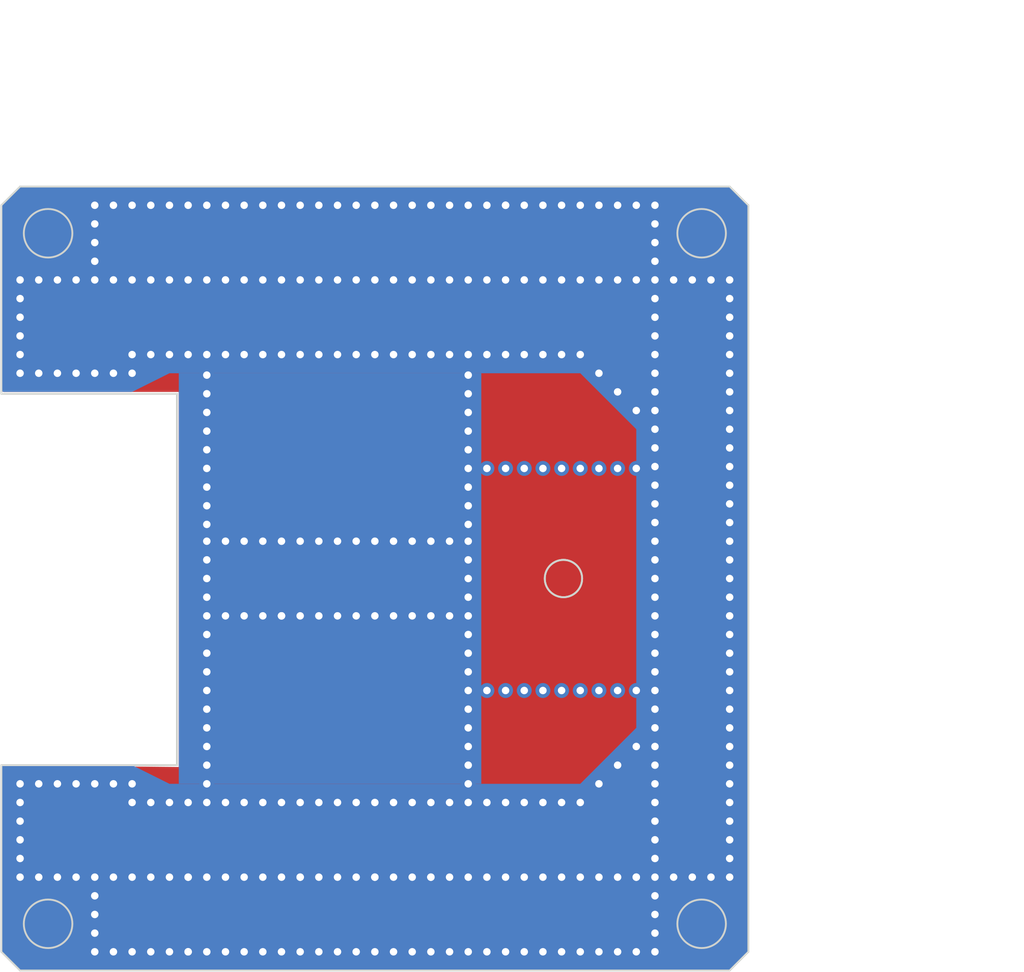
<source format=kicad_pcb>
(kicad_pcb (version 20221018) (generator pcbnew)

  (general
    (thickness 1.6)
  )

  (paper "A4")
  (layers
    (0 "F.Cu" signal)
    (31 "B.Cu" signal)
    (32 "B.Adhes" user "B.Adhesive")
    (33 "F.Adhes" user "F.Adhesive")
    (34 "B.Paste" user)
    (35 "F.Paste" user)
    (36 "B.SilkS" user "B.Silkscreen")
    (37 "F.SilkS" user "F.Silkscreen")
    (38 "B.Mask" user)
    (39 "F.Mask" user)
    (40 "Dwgs.User" user "User.Drawings")
    (41 "Cmts.User" user "User.Comments")
    (42 "Eco1.User" user "User.Eco1")
    (43 "Eco2.User" user "User.Eco2")
    (44 "Edge.Cuts" user)
    (45 "Margin" user)
    (46 "B.CrtYd" user "B.Courtyard")
    (47 "F.CrtYd" user "F.Courtyard")
    (48 "B.Fab" user)
    (49 "F.Fab" user)
    (50 "User.1" user)
    (51 "User.2" user)
    (52 "User.3" user)
    (53 "User.4" user)
    (54 "User.5" user)
    (55 "User.6" user)
    (56 "User.7" user)
    (57 "User.8" user)
    (58 "User.9" user)
  )

  (setup
    (pad_to_mask_clearance 0)
    (pcbplotparams
      (layerselection 0x000103c_ffffffff)
      (plot_on_all_layers_selection 0x0000000_00000000)
      (disableapertmacros false)
      (usegerberextensions true)
      (usegerberattributes false)
      (usegerberadvancedattributes false)
      (creategerberjobfile true)
      (dashed_line_dash_ratio 12.000000)
      (dashed_line_gap_ratio 3.000000)
      (svgprecision 4)
      (plotframeref false)
      (viasonmask false)
      (mode 1)
      (useauxorigin false)
      (hpglpennumber 1)
      (hpglpenspeed 20)
      (hpglpendiameter 15.000000)
      (dxfpolygonmode true)
      (dxfimperialunits true)
      (dxfusepcbnewfont true)
      (psnegative false)
      (psa4output false)
      (plotreference true)
      (plotvalue true)
      (plotinvisibletext false)
      (sketchpadsonfab false)
      (subtractmaskfromsilk false)
      (outputformat 1)
      (mirror false)
      (drillshape 0)
      (scaleselection 1)
      (outputdirectory "../gerber/")
    )
  )

  (net 0 "")
  (net 1 "GNDC")

  (gr_line (start 187.3 118) (end 187.3 78)
    (stroke (width 0.1) (type solid)) (layer "Edge.Cuts") (tstamp 01d4d72e-578e-4f27-b1f6-1c29a49ad554))
  (gr_line (start 186.3 119) (end 148.3 119)
    (stroke (width 0.1) (type solid)) (layer "Edge.Cuts") (tstamp 0965a2c7-77af-43fe-968a-4e5fb95e6a8c))
  (gr_line (start 148.3 77) (end 147.3 78)
    (stroke (width 0.1) (type default)) (layer "Edge.Cuts") (tstamp 314ffffe-5ae8-420f-b76b-d5fb3641b20b))
  (gr_line (start 147.3 108) (end 156.7 108)
    (stroke (width 0.1) (type default)) (layer "Edge.Cuts") (tstamp 3990f309-aa1c-4bd1-895b-4fe4452b59bc))
  (gr_line (start 156.7 108) (end 156.7 88.1)
    (stroke (width 0.1) (type default)) (layer "Edge.Cuts") (tstamp 47f1a426-d875-44f4-84c3-ed77707249cf))
  (gr_circle (center 184.8 79.5) (end 186.1 79.5)
    (stroke (width 0.1) (type solid)) (fill none) (layer "Edge.Cuts") (tstamp 53593979-2caf-4b70-b993-358a14031fb4))
  (gr_circle (center 149.8 79.5) (end 151.1 79.5)
    (stroke (width 0.1) (type solid)) (fill none) (layer "Edge.Cuts") (tstamp 55d995c0-f411-48b7-8deb-91b7047accb8))
  (gr_circle (center 184.8 116.5) (end 186.1 116.5)
    (stroke (width 0.1) (type solid)) (fill none) (layer "Edge.Cuts") (tstamp 5890cc48-c549-4b4e-a5cf-7760f7e042c1))
  (gr_line (start 148.3 119) (end 147.3 118)
    (stroke (width 0.1) (type default)) (layer "Edge.Cuts") (tstamp 63c528e4-4932-4283-b385-dcee805e34eb))
  (gr_line (start 186.3 119) (end 187.3 118)
    (stroke (width 0.1) (type default)) (layer "Edge.Cuts") (tstamp 7548ffb9-8c94-4d22-9515-888a5cb1c2ed))
  (gr_circle (center 177.4 98) (end 178.4 98)
    (stroke (width 0.1) (type solid)) (fill none) (layer "Edge.Cuts") (tstamp 775461ef-d896-40af-99ac-606a5b5b1142))
  (gr_line (start 147.3 88.1) (end 147.3 78)
    (stroke (width 0.1) (type default)) (layer "Edge.Cuts") (tstamp 8331e448-e85d-437d-b70e-ac6e57d636a2))
  (gr_line (start 186.3 77) (end 148.3 77)
    (stroke (width 0.1) (type solid)) (layer "Edge.Cuts") (tstamp 8db3535d-6a79-44a8-8d58-db38b2322206))
  (gr_circle (center 177.4 98) (end 178.4 98)
    (stroke (width 0.1) (type solid)) (fill none) (layer "Edge.Cuts") (tstamp 99a1f613-7f94-481d-8a4f-955fee16cc06))
  (gr_circle (center 149.8 116.5) (end 151.1 116.5)
    (stroke (width 0.1) (type solid)) (fill none) (layer "Edge.Cuts") (tstamp abc79fd0-5db2-4d27-ab99-f607070711e0))
  (gr_line (start 187.3 78) (end 186.3 77)
    (stroke (width 0.1) (type default)) (layer "Edge.Cuts") (tstamp ad43e22d-329e-476d-9a10-7eb918792ded))
  (gr_line (start 147.3 108) (end 147.3 118)
    (stroke (width 0.1) (type solid)) (layer "Edge.Cuts") (tstamp d7574b38-ef3f-49cc-acd1-f735cc512364))
  (gr_line (start 156.7 88.1) (end 147.3 88.1)
    (stroke (width 0.1) (type default)) (layer "Edge.Cuts") (tstamp e4c1c4f8-0db8-467c-a40b-6442e21733c5))
  (dimension (type aligned) (layer "User.1") (tstamp 40a0d491-62cc-4960-9bec-248829d2d1aa)
    (pts (xy 147.3 77) (xy 187.3 77))
    (height -8)
    (gr_text "40,0000 mm" (at 167.3 67.85) (layer "User.1") (tstamp 40a0d491-62cc-4960-9bec-248829d2d1aa)
      (effects (font (size 1 1) (thickness 0.15)))
    )
    (format (prefix "") (suffix "") (units 3) (units_format 1) (precision 4))
    (style (thickness 0.15) (arrow_length 1.27) (text_position_mode 0) (extension_height 0.58642) (extension_offset 0.5) keep_text_aligned)
  )
  (dimension (type aligned) (layer "User.1") (tstamp a5b93fcb-be8d-4c5d-8e47-727a0dd77c1a)
    (pts (xy 187.3 77) (xy 187.3 119))
    (height -11)
    (gr_text "42,0000 mm" (at 197.15 98 90) (layer "User.1") (tstamp a5b93fcb-be8d-4c5d-8e47-727a0dd77c1a)
      (effects (font (size 1 1) (thickness 0.15)))
    )
    (format (prefix "") (suffix "") (units 3) (units_format 1) (precision 4))
    (style (thickness 0.15) (arrow_length 1.27) (text_position_mode 0) (extension_height 0.58642) (extension_offset 0.5) keep_text_aligned)
  )

  (via (at 182.3 116) (size 0.8) (drill 0.4) (layers "F.Cu" "B.Cu") (free) (net 1) (tstamp 0104feaa-cdc2-4c7a-8d67-bea04edec3b0))
  (via (at 180.3 108) (size 0.8) (drill 0.4) (layers "F.Cu" "B.Cu") (free) (net 1) (tstamp 013c8c21-c070-4a36-9495-e1ceae74b6ec))
  (via (at 163.3 118) (size 0.8) (drill 0.4) (layers "F.Cu" "B.Cu") (free) (net 1) (tstamp 037462d8-ce92-42e4-85de-a510ba5cbc4f))
  (via (at 186.3 89) (size 0.8) (drill 0.4) (layers "F.Cu" "B.Cu") (free) (net 1) (tstamp 043216eb-b7e0-4cc4-bd6f-e107d54e2bea))
  (via (at 172.3 110) (size 0.8) (drill 0.4) (layers "F.Cu" "B.Cu") (free) (net 1) (tstamp 045c668a-a852-4115-afd6-cb4e691770d4))
  (via (at 167.3 114) (size 0.8) (drill 0.4) (layers "F.Cu" "B.Cu") (free) (net 1) (tstamp 04660105-1531-4f84-85a5-5045043b5afb))
  (via (at 158.3 93.1) (size 0.8) (drill 0.4) (layers "F.Cu" "B.Cu") (free) (net 1) (tstamp 0476b947-52c3-4ae8-8bb7-156ffbcf3659))
  (via (at 172.3 104) (size 0.8) (drill 0.4) (layers "F.Cu" "B.Cu") (free) (net 1) (tstamp 051ff4f3-3822-4e78-a160-551c9c51ab4a))
  (via (at 172.3 100) (size 0.8) (drill 0.4) (layers "F.Cu" "B.Cu") (free) (net 1) (tstamp 053d9857-1a67-4e56-a0af-bc75999e534f))
  (via (at 169.3 82) (size 0.8) (drill 0.4) (layers "F.Cu" "B.Cu") (free) (net 1) (tstamp 054a985c-ae8d-48b7-a0c5-fcc4cd56c260))
  (via (at 172.3 101) (size 0.8) (drill 0.4) (layers "F.Cu" "B.Cu") (free) (net 1) (tstamp 06cec9e6-f384-4c5b-9eff-b9a5a273a7b5))
  (via (at 182.3 85) (size 0.8) (drill 0.4) (layers "F.Cu" "B.Cu") (free) (net 1) (tstamp 07987cb2-9973-4641-92d9-2cf1d3ace6dc))
  (via (at 158.3 109) (size 0.8) (drill 0.4) (layers "F.Cu" "B.Cu") (free) (net 1) (tstamp 083780dd-d7e0-4e1e-990c-032780e1374c))
  (via (at 186.3 98) (size 0.8) (drill 0.4) (layers "F.Cu" "B.Cu") (free) (net 1) (tstamp 0b1090c5-852d-4ef9-8663-98d0e26b7d4f))
  (via (at 169.3 118) (size 0.8) (drill 0.4) (layers "F.Cu" "B.Cu") (free) (net 1) (tstamp 0c120ef1-297d-487e-a984-c4a898c23f06))
  (via (at 155.3 110) (size 0.8) (drill 0.4) (layers "F.Cu" "B.Cu") (free) (net 1) (tstamp 0c96c00a-a7a5-472e-b300-e77ae8a7f9f6))
  (via (at 186.3 111) (size 0.8) (drill 0.4) (layers "F.Cu" "B.Cu") (free) (net 1) (tstamp 0d0fff26-7670-4d77-9a53-09c3f4b49b0b))
  (via (at 169.3 86) (size 0.8) (drill 0.4) (layers "F.Cu" "B.Cu") (free) (net 1) (tstamp 0d6d4f5b-fcaf-456e-9f0f-fd327ce19373))
  (via (at 158.3 88.1) (size 0.8) (drill 0.4) (layers "F.Cu" "B.Cu") (free) (net 1) (tstamp 0f97d507-c4ec-424d-ac9c-125ca1c230ba))
  (via (at 152.3 80) (size 0.8) (drill 0.4) (layers "F.Cu" "B.Cu") (free) (net 1) (tstamp 111eb744-54e9-4b19-9998-20d52efc13e2))
  (via (at 180.3 118) (size 0.8) (drill 0.4) (layers "F.Cu" "B.Cu") (free) (net 1) (tstamp 113c6efa-8c06-464d-9888-239f63913866))
  (via (at 182.3 117) (size 0.8) (drill 0.4) (layers "F.Cu" "B.Cu") (free) (net 1) (tstamp 124d1d14-f1a1-4cf8-b47e-847358c1c6a7))
  (via (at 165.3 118) (size 0.8) (drill 0.4) (layers "F.Cu" "B.Cu") (free) (net 1) (tstamp 126441e6-1f4e-4c2b-976b-d8fe62513a84))
  (via (at 178.3 78) (size 0.8) (drill 0.4) (layers "F.Cu" "B.Cu") (free) (net 1) (tstamp 12921762-b4a2-4971-a495-e7db2cf0174a))
  (via (at 165.3 78) (size 0.8) (drill 0.4) (layers "F.Cu" "B.Cu") (free) (net 1) (tstamp 130e6bea-11f2-4129-a314-10490530f63d))
  (via (at 169.3 78) (size 0.8) (drill 0.4) (layers "F.Cu" "B.Cu") (free) (net 1) (tstamp 136fdc27-f2bc-4bff-a43f-666771a1d35b))
  (via (at 154.3 110) (size 0.8) (drill 0.4) (layers "F.Cu" "B.Cu") (free) (net 1) (tstamp 13c13ae2-6159-479e-ad00-738d66ea933e))
  (via (at 167.3 110) (size 0.8) (drill 0.4) (layers "F.Cu" "B.Cu") (free) (net 1) (tstamp 140b2b36-54d9-47b0-9929-2b3d262a172b))
  (via (at 166.3 110) (size 0.8) (drill 0.4) (layers "F.Cu" "B.Cu") (free) (net 1) (tstamp 14de7c17-0b49-40ec-b1e3-a6367ee351d9))
  (via (at 166.3 100) (size 0.8) (drill 0.4) (layers "F.Cu" "B.Cu") (free) (net 1) (tstamp 151a04c2-9dbf-475f-90c4-dea0add70bba))
  (via (at 170.3 82) (size 0.8) (drill 0.4) (layers "F.Cu" "B.Cu") (free) (net 1) (tstamp 155b88f3-5e2d-46ac-9ea6-9595e0b93827))
  (via (at 182.3 108) (size 0.8) (drill 0.4) (layers "F.Cu" "B.Cu") (free) (net 1) (tstamp 15910913-8a49-40b5-b0f1-4c128536a72b))
  (via (at 154.3 78) (size 0.8) (drill 0.4) (layers "F.Cu" "B.Cu") (free) (net 1) (tstamp 168d0ce1-c246-462e-ae18-6172dcdb1f9f))
  (via (at 182.3 111) (size 0.8) (drill 0.4) (layers "F.Cu" "B.Cu") (free) (net 1) (tstamp 169512b5-8333-45ec-8006-b227e29c25be))
  (via (at 186.3 101) (size 0.8) (drill 0.4) (layers "F.Cu" "B.Cu") (free) (net 1) (tstamp 16eac24e-f794-4405-b374-80d13af49f95))
  (via (at 156.3 118) (size 0.8) (drill 0.4) (layers "F.Cu" "B.Cu") (free) (net 1) (tstamp 1882b55f-5735-4b44-a8a8-5290ad9b0b9c))
  (via (at 186.3 103) (size 0.8) (drill 0.4) (layers "F.Cu" "B.Cu") (free) (net 1) (tstamp 188a602e-7aa9-49c9-a365-8ddccec56229))
  (via (at 182.3 99) (size 0.8) (drill 0.4) (layers "F.Cu" "B.Cu") (free) (net 1) (tstamp 1acb6f02-af94-46e4-8de0-be1337835837))
  (via (at 158.3 105) (size 0.8) (drill 0.4) (layers "F.Cu" "B.Cu") (free) (net 1) (tstamp 1b52b4a1-5c15-4bf3-9ed4-dd9f08c57a66))
  (via (at 177.3 86) (size 0.8) (drill 0.4) (layers "F.Cu" "B.Cu") (free) (net 1) (tstamp 1bb0d2a0-4e25-4215-a696-1ba4b4b7dce2))
  (via (at 172.3 109) (size 0.8) (drill 0.4) (layers "F.Cu" "B.Cu") (free) (net 1) (tstamp 1cc8a9b6-1124-430b-82bb-9a8a43bba513))
  (via (at 166.3 96) (size 0.8) (drill 0.4) (layers "F.Cu" "B.Cu") (free) (net 1) (tstamp 1d055b2a-e507-44fb-b83f-8d9d9c5102da))
  (via (at 186.3 100) (size 0.8) (drill 0.4) (layers "F.Cu" "B.Cu") (free) (net 1) (tstamp 1ed444b4-8e9c-43d1-92f8-a355a2f15156))
  (via (at 182.3 89) (size 0.8) (drill 0.4) (layers "F.Cu" "B.Cu") (free) (net 1) (tstamp 213d0eb5-10ad-4fe9-b06b-cd537b5b33e5))
  (via (at 172.3 78) (size 0.8) (drill 0.4) (layers "F.Cu" "B.Cu") (free) (net 1) (tstamp 21e8dea4-5eef-4862-bb43-b80a24d773ce))
  (via (at 161.3 100) (size 0.8) (drill 0.4) (layers "F.Cu" "B.Cu") (free) (net 1) (tstamp 2223fbe9-e567-4c67-b08c-50119863e7a7))
  (via (at 168.3 110) (size 0.8) (drill 0.4) (layers "F.Cu" "B.Cu") (free) (net 1) (tstamp 225fa532-cda8-4790-b1ee-abc5bc8ea4c5))
  (via (at 153.3 82) (size 0.8) (drill 0.4) (layers "F.Cu" "B.Cu") (free) (net 1) (tstamp 22cdb34c-9e79-458d-9d42-8a05253dd7ee))
  (via (at 168.3 96) (size 0.8) (drill 0.4) (layers "F.Cu" "B.Cu") (free) (net 1) (tstamp 2327184b-df72-445e-8e56-577a7e4ac391))
  (via (at 150.3 114) (size 0.8) (drill 0.4) (layers "F.Cu" "B.Cu") (free) (net 1) (tstamp 248d5c83-2a34-431b-8f3f-559a3e0e98f2))
  (via (at 186.3 82) (size 0.8) (drill 0.4) (layers "F.Cu" "B.Cu") (free) (net 1) (tstamp 2569268a-1e35-4f3d-886d-4410804a7cd0))
  (via (at 158.3 107) (size 0.8) (drill 0.4) (layers "F.Cu" "B.Cu") (free) (net 1) (tstamp 258196fa-5578-4e7c-b5a6-530e4c7781c0))
  (via (at 168.3 86) (size 0.8) (drill 0.4) (layers "F.Cu" "B.Cu") (free) (net 1) (tstamp 25f22e1c-ca83-4244-9db6-186608e055da))
  (via (at 172.3 87.1) (size 0.8) (drill 0.4) (layers "F.Cu" "B.Cu") (free) (net 1) (tstamp 2651087c-90df-430d-ad8a-ede3d6345cb7))
  (via (at 173.3 114) (size 0.8) (drill 0.4) (layers "F.Cu" "B.Cu") (free) (net 1) (tstamp 2668482c-5134-454c-be9d-13b00190f36d))
  (via (at 176.3 82) (size 0.8) (drill 0.4) (layers "F.Cu" "B.Cu") (free) (net 1) (tstamp 26a1c5dc-c270-467f-b72a-61fc51835dc4))
  (via (at 179.3 104) (size 0.8) (drill 0.4) (layers "F.Cu" "B.Cu") (free) (net 1) (tstamp 26ffd609-f8c3-42c4-96e5-683a3bf29336))
  (via (at 179.3 118) (size 0.8) (drill 0.4) (layers "F.Cu" "B.Cu") (free) (net 1) (tstamp 2743d06c-d048-4ee0-a1c8-4d2f4ed17d55))
  (via (at 158.3 94.1) (size 0.8) (drill 0.4) (layers "F.Cu" "B.Cu") (free) (net 1) (tstamp 2777b38b-aad2-4804-b0df-7dada6eb32f2))
  (via (at 182.3 94) (size 0.8) (drill 0.4) (layers "F.Cu" "B.Cu") (free) (net 1) (tstamp 28532411-6ac3-40e9-877a-c3e00208d1f3))
  (via (at 148.3 83) (size 0.8) (drill 0.4) (layers "F.Cu" "B.Cu") (free) (net 1) (tstamp 2870408f-4b7c-4570-a0bb-fa5a3780597f))
  (via (at 167.3 118) (size 0.8) (drill 0.4) (layers "F.Cu" "B.Cu") (free) (net 1) (tstamp 28bda61c-2a8b-4839-82d2-e805d46c1592))
  (via (at 182.3 109) (size 0.8) (drill 0.4) (layers "F.Cu" "B.Cu") (free) (net 1) (tstamp 296a8a24-0a03-4a4f-a1af-6e67687ff001))
  (via (at 166.3 82) (size 0.8) (drill 0.4) (layers "F.Cu" "B.Cu") (free) (net 1) (tstamp 299f900f-fa79-4820-8e20-b98a28ef1296))
  (via (at 172.3 88.1) (size 0.8) (drill 0.4) (layers "F.Cu" "B.Cu") (free) (net 1) (tstamp 2a42941a-2d41-4386-b07f-688dd6d94bce))
  (via (at 171.3 96) (size 0.8) (drill 0.4) (layers "F.Cu" "B.Cu") (free) (net 1) (tstamp 2b5ead37-6bab-438c-a223-368f0b435e2e))
  (via (at 186.3 91) (size 0.8) (drill 0.4) (layers "F.Cu" "B.Cu") (free) (net 1) (tstamp 2b9f8f3c-e46b-42c9-9b91-482feab4f53e))
  (via (at 172.3 96) (size 0.8) (drill 0.4) (layers "F.Cu" "B.Cu") (free) (net 1) (tstamp 2ba67000-d079-4cfa-834f-605df8b00d9f))
  (via (at 159.3 78) (size 0.8) (drill 0.4) (layers "F.Cu" "B.Cu") (free) (net 1) (tstamp 2bb43dd1-482a-413a-93a0-43ba163e5600))
  (via (at 186.3 83) (size 0.8) (drill 0.4) (layers "F.Cu" "B.Cu") (free) (net 1) (tstamp 2bf12dca-2c15-4015-9da5-da7ec3cabff8))
  (via (at 174.3 92.1) (size 0.8) (drill 0.4) (layers "F.Cu" "B.Cu") (free) (net 1) (tstamp 2c07428c-681f-4b3a-b05d-9e9fc61cd217))
  (via (at 174.3 110) (size 0.8) (drill 0.4) (layers "F.Cu" "B.Cu") (free) (net 1) (tstamp 2c725bab-c971-4b07-bc0e-7645d10d28c5))
  (via (at 177.3 78) (size 0.8) (drill 0.4) (layers "F.Cu" "B.Cu") (free) (net 1) (tstamp 2d0a1e05-bfba-484a-9a48-c654f67616c4))
  (via (at 163.3 114) (size 0.8) (drill 0.4) (layers "F.Cu" "B.Cu") (free) (net 1) (tstamp 2d7ed368-8087-4cea-8b41-56cc215c5e41))
  (via (at 158.3 97) (size 0.8) (drill 0.4) (layers "F.Cu" "B.Cu") (free) (net 1) (tstamp 2d9e4144-0337-41af-b0fc-57b9738e65de))
  (via (at 182.3 96) (size 0.8) (drill 0.4) (layers "F.Cu" "B.Cu") (free) (net 1) (tstamp 2da390e5-e581-482f-9275-21f7cee66d66))
  (via (at 164.3 86) (size 0.8) (drill 0.4) (layers "F.Cu" "B.Cu") (free) (net 1) (tstamp 2e63847e-f4d8-45b4-93bb-bb54ae10ece2))
  (via (at 162.3 82) (size 0.8) (drill 0.4) (layers "F.Cu" "B.Cu") (free) (net 1) (tstamp 2f815725-ec4b-428f-b9fa-13c06f48cce4))
  (via (at 151.3 82) (size 0.8) (drill 0.4) (layers "F.Cu" "B.Cu") (free) (net 1) (tstamp 2fb5daa3-d858-47b3-8baa-b02e1aab1c25))
  (via (at 184.3 82) (size 0.8) (drill 0.4) (layers "F.Cu" "B.Cu") (free) (net 1) (tstamp 2fd8a439-7e8b-4db8-89da-d5aafc557dda))
  (via (at 181.3 82) (size 0.8) (drill 0.4) (layers "F.Cu" "B.Cu") (free) (net 1) (tstamp 309d1322-cf48-467e-875d-3617585bbc8b))
  (via (at 186.3 87) (size 0.8) (drill 0.4) (layers "F.Cu" "B.Cu") (free) (net 1) (tstamp 31bbe262-cfdf-4204-a7ed-22d49a0db3fc))
  (via (at 177.3 118) (size 0.8) (drill 0.4) (layers "F.Cu" "B.Cu") (free) (net 1) (tstamp 329fca04-d7a0-4fd8-a3e8-1faf19e518da))
  (via (at 152.3 109) (size 0.8) (drill 0.4) (layers "F.Cu" "B.Cu") (free) (net 1) (tstamp 32a7cfc3-6813-4162-a868-b2b556337fb6))
  (via (at 172.3 93.1) (size 0.8) (drill 0.4) (layers "F.Cu" "B.Cu") (free) (net 1) (tstamp 32e7223b-d739-417a-99ef-b5699f38db49))
  (via (at 167.3 86) (size 0.8) (drill 0.4) (layers "F.Cu" "B.Cu") (free) (net 1) (tstamp 32ea5eb2-f155-4b94-b867-de33792f6415))
  (via (at 182.3 98) (size 0.8) (drill 0.4) (layers "F.Cu" "B.Cu") (free) (net 1) (tstamp 32f786de-e477-48c6-b63e-78622ea64641))
  (via (at 186.3 88) (size 0.8) (drill 0.4) (layers "F.Cu" "B.Cu") (free) (net 1) (tstamp 350c8df8-f27b-4f19-a22d-dbf8f97d5655))
  (via (at 165.3 110) (size 0.8) (drill 0.4) (layers "F.Cu" "B.Cu") (free) (net 1) (tstamp 3563bcc0-2f68-49dd-96fb-db0c85afde5a))
  (via (at 173.3 86) (size 0.8) (drill 0.4) (layers "F.Cu" "B.Cu") (free) (net 1) (tstamp 35ab89bf-a7bc-46dd-8720-3586f4e54cbf))
  (via (at 152.3 82) (size 0.8) (drill 0.4) (layers "F.Cu" "B.Cu") (free) (net 1) (tstamp 364f9061-44f6-4ee3-8fd0-f2660cf5ce4d))
  (via (at 172.3 102) (size 0.8) (drill 0.4) (layers "F.Cu" "B.Cu") (free) (net 1) (tstamp 36ae2e71-2a17-4e61-8b09-86bb71d69a20))
  (via (at 181.3 104) (size 0.8) (drill 0.4) (layers "F.Cu" "B.Cu") (free) (net 1) (tstamp 36c553cf-79ad-456f-a674-c84fb27d7aa5))
  (via (at 186.3 90) (size 0.8) (drill 0.4) (layers "F.Cu" "B.Cu") (free) (net 1) (tstamp 372468f7-fcc2-44c3-8aa8-336dde187ec3))
  (via (at 158.3 104) (size 0.8) (drill 0.4) (layers "F.Cu" "B.Cu") (free) (net 1) (tstamp 373ca02b-939d-4f36-bd4c-afe227911946))
  (via (at 182.3 95) (size 0.8) (drill 0.4) (layers "F.Cu" "B.Cu") (free) (net 1) (tstamp 377e5226-5f7f-4f09-8e06-5c4f7372c285))
  (via (at 176.3 86) (size 0.8) (drill 0.4) (layers "F.Cu" "B.Cu") (free) (net 1) (tstamp 3842d1f1-6db1-45de-9a8d-3ea72200e23c))
  (via (at 159.3 96) (size 0.8) (drill 0.4) (layers "F.Cu" "B.Cu") (free) (net 1) (tstamp 3948388e-a49c-48eb-a336-40a9e12f756c))
  (via (at 158.3 86) (size 0.8) (drill 0.4) (layers "F.Cu" "B.Cu") (free) (net 1) (tstamp 3a2f9b22-f59b-41ab-a9cf-10d34837bab6))
  (via (at 172.3 94.1) (size 0.8) (drill 0.4) (layers "F.Cu" "B.Cu") (free) (net 1) (tstamp 3a8bce7d-102c-44b9-8734-167f4c38bc8b))
  (via (at 158.3 118) (size 0.8) (drill 0.4) (layers "F.Cu" "B.Cu") (free) (net 1) (tstamp 3d8f0d04-549a-43d2-bcf2-0d7367c4c2c0))
  (via (at 172.3 91.1) (size 0.8) (drill 0.4) (layers "F.Cu" "B.Cu") (free) (net 1) (tstamp 3dcc2dc6-b253-45ac-b555-212dee547fd7))
  (via (at 164.3 118) (size 0.8) (drill 0.4) (layers "F.Cu" "B.Cu") (free) (net 1) (tstamp 3df5b184-e9c4-447e-a258-05fff2d3b970))
  (via (at 152.3 79) (size 0.8) (drill 0.4) (layers "F.Cu" "B.Cu") (free) (net 1) (tstamp 3e5b9266-9947-4a4d-9166-cb22d0c0cd69))
  (via (at 175.3 86) (size 0.8) (drill 0.4) (layers "F.Cu" "B.Cu") (free) (net 1) (tstamp 3e71a61a-419b-4519-839e-62cb58027f45))
  (via (at 164.3 110) (size 0.8) (drill 0.4) (layers "F.Cu" "B.Cu") (free) (net 1) (tstamp 3fe08ada-6886-4d41-93ff-7e51a47ba30a))
  (via (at 182.3 80) (size 0.8) (drill 0.4) (layers "F.Cu" "B.Cu") (free) (net 1) (tstamp 405c5cc9-ad0b-4911-9e8b-e95464dfe618))
  (via (at 172.3 95.1) (size 0.8) (drill 0.4) (layers "F.Cu" "B.Cu") (free) (net 1) (tstamp 4099e8f9-bdd2-41c7-9a0b-6ac5d87564fc))
  (via (at 163.3 78) (size 0.8) (drill 0.4) (layers "F.Cu" "B.Cu") (free) (net 1) (tstamp 411038a6-3fb2-4540-8157-1dea727833d9))
  (via (at 172.3 107) (size 0.8) (drill 0.4) (layers "F.Cu" "B.Cu") (free) (net 1) (tstamp 4155ee9b-61b5-4e44-b4a6-06be113d0b68))
  (via (at 179.3 87) (size 0.8) (drill 0.4) (layers "F.Cu" "B.Cu") (free) (net 1) (tstamp 426f4285-4d8e-4e8a-ab2b-c56db4759eb4))
  (via (at 161.3 78) (size 0.8) (drill 0.4) (layers "F.Cu" "B.Cu") (free) (net 1) (tstamp 42f51631-8a55-47ca-8791-a1aee6b38a98))
  (via (at 186.3 104) (size 0.8) (drill 0.4) (layers "F.Cu" "B.Cu") (free) (net 1) (tstamp 43aed0b9-73f1-4bf3-90bd-2beefc22f7c7))
  (via (at 182.3 107) (size 0.8) (drill 0.4) (layers "F.Cu" "B.Cu") (free) (net 1) (tstamp 43db26b9-4c18-41e0-9431-6fe30ef7b731))
  (via (at 148.3 111) (size 0.8) (drill 0.4) (layers "F.Cu" "B.Cu") (free) (net 1) (tstamp 44894146-53fd-4f56-9da1-2f6da6fb08d0))
  (via (at 170.3 96) (size 0.8) (drill 0.4) (layers "F.Cu" "B.Cu") (free) (net 1) (tstamp 45508165-482e-4f8d-9072-dcf1f1d8d2b7))
  (via (at 163.3 114) (size 0.8) (drill 0.4) (layers "F.Cu" "B.Cu") (free) (net 1) (tstamp 46027456-ef4f-4d79-b163-dc506071760c))
  (via (at 178.3 110) (size 0.8) (drill 0.4) (layers "F.Cu" "B.Cu") (free) (net 1) (tstamp 46300278-316f-4c52-9ef9-469babda5f15))
  (via (at 182.3 102) (size 0.8) (drill 0.4) (layers "F.Cu" "B.Cu") (free) (net 1) (tstamp 46592065-1afe-4364-95f2-1e6c2cf24087))
  (via (at 173.3 118) (size 0.8) (drill 0.4) (layers "F.Cu" "B.Cu") (free) (net 1) (tstamp 46d478e3-d136-4ee8-b7a7-9130a0b92291))
  (via (at 171.3 82) (size 0.8) (drill 0.4) (layers "F.Cu" "B.Cu") (free) (net 1) (tstamp 4a8f7d30-fd27-4a7c-8581-d284e83ad283))
  (via (at 152.3 117) (size 0.8) (drill 0.4) (layers "F.Cu" "B.Cu") (free) (net 1) (tstamp 4ba411d2-adbd-4b64-b4dc-fd46cf1ad03b))
  (via (at 161.3 96) (size 0.8) (drill 0.4) (layers "F.Cu" "B.Cu") (free) (net 1) (tstamp 4baefd61-9823-4d0a-9b5b-4bad89667e6a))
  (via (at 148.3 84) (size 0.8) (drill 0.4) (layers "F.Cu" "B.Cu") (free) (net 1) (tstamp 4e6adefa-d34d-4da0-8c47-6e2631c0bdd4))
  (via (at 182.3 118) (size 0.8) (drill 0.4) (layers "F.Cu" "B.Cu") (free) (net 1) (tstamp 4eba7722-81e0-453a-8119-b77923af3ccf))
  (via (at 169.3 96) (size 0.8) (drill 0.4) (layers "F.Cu" "B.Cu") (free) (net 1) (tstamp 500ba6cb-7d6a-46f2-8eec-f3289c82a655))
  (via (at 152.3 116) (size 0.8) (drill 0.4) (layers "F.Cu" "B.Cu") (free) (net 1) (tstamp 50601691-a6f9-46ea-801b-4e92e766330d))
  (via (at 182.3 81) (size 0.8) (drill 0.4) (layers "F.Cu" "B.Cu") (free) (net 1) (tstamp 50e911e5-29c2-4957-afa1-d1bf40f80971))
  (via (at 180.3 114) (size 0.8) (drill 0.4) (layers "F.Cu" "B.Cu") (free) (net 1) (tstamp 511ae148-e51d-4c6c-9bc2-3e43533c37fd))
  (via (at 185.3 82) (size 0.8) (drill 0.4) (layers "F.Cu" "B.Cu") (free) (net 1) (tstamp 51293cce-206f-4746-97cd-0c46a664eab2))
  (via (at 182.3 87) (size 0.8) (drill 0.4) (layers "F.Cu" "B.Cu") (free) (net 1) (tstamp 51483a3c-da6e-4ffe-84ff-7cd7f3a278e4))
  (via (at 174.3 104) (size 0.8) (drill 0.4) (layers "F.Cu" "B.Cu") (free) (net 1) (tstamp 515a0611-7694-4f99-9f45-e4b3985cef88))
  (via (at 178.3 114) (size 0.8) (drill 0.4) (layers "F.Cu" "B.Cu") (free) (net 1) (tstamp 51a078df-7fb6-419f-bbcb-e0469b095901))
  (via (at 186.3 108) (size 0.8) (drill 0.4) (layers "F.Cu" "B.Cu") (free) (net 1) (tstamp 52c37c0a-64d2-4039-a24a-13c6e8a7b209))
  (via (at 162.3 78) (size 0.8) (drill 0.4) (layers "F.Cu" "B.Cu") (free) (net 1) (tstamp 536d349b-b75c-46cd-9bfe-33e1ab983495))
  (via (at 148.3 110) (size 0.8) (drill 0.4) (layers "F.Cu" "B.Cu") (free) (net 1) (tstamp 54305e24-8b32-47fb-8c59-d3a637471db3))
  (via (at 159.3 114) (size 0.8) (drill 0.4) (layers "F.Cu" "B.Cu") (free) (net 1) (tstamp 55fca0f8-b28e-4593-88ab-7f52f65aab0d))
  (via (at 168.3 118) (size 0.8) (drill 0.4) (layers "F.Cu" "B.Cu") (free) (net 1) (tstamp 5642d48e-9fc6-4d27-92b0-c3bd241750e3))
  (via (at 186.3 97) (size 0.8) (drill 0.4) (layers "F.Cu" "B.Cu") (free) (net 1) (tstamp 578e720e-9149-46de-b557-87747b24dc8c))
  (via (at 158.3 87.1) (size 0.8) (drill 0.4) (layers "F.Cu" "B.Cu") (free) (net 1) (tstamp 59052c9e-aa23-43a6-b64b-d755c8872bdd))
  (via (at 160.3 100) (size 0.8) (drill 0.4) (layers "F.Cu" "B.Cu") (free) (net 1) (tstamp 59131b75-f968-4b9a-8ace-61ed2d1a94b5))
  (via (at 148.3 82) (size 0.8) (drill 0.4) (layers "F.Cu" "B.Cu") (free) (net 1) (tstamp 591ad5d4-71df-41fb-b950-509fe00cbca1))
  (via (at 170.3 78) (size 0.8) (drill 0.4) (layers "F.Cu" "B.Cu") (free) (net 1) (tstamp 5944997d-9307-44bf-9ba4-9729016c6adf))
  (via (at 182.3 84) (size 0.8) (drill 0.4) (layers "F.Cu" "B.Cu") (free) (net 1) (tstamp 59e92538-6254-479a-9bcd-0177e653a740))
  (via (at 153.3 114) (size 0.8) (drill 0.4) (layers "F.Cu" "B.Cu") (free) (net 1) (tstamp 5ab06483-9758-45da-b1ae-c9c74ef719c6))
  (via (at 160.3 96) (size 0.8) (drill 0.4) (layers "F.Cu" "B.Cu") (free) (net 1) (tstamp 5b3b8dc6-a03c-40f4-b3c1-787d65221081))
  (via (at 175.3 114) (size 0.8) (drill 0.4) (layers "F.Cu" "B.Cu") (free) (net 1) (tstamp 5c35644b-b3dd-4d02-b971-02c654a19171))
  (via (at 171.3 110) (size 0.8) (drill 0.4) (layers "F.Cu" "B.Cu") (free) (net 1) (tstamp 5ca525f9-20e3-4f0a-b598-b5642cdcfebe))
  (via (at 184.3 114) (size 0.8) (drill 0.4) (layers "F.Cu" "B.Cu") (free) (net 1) (tstamp 5d502d4d-8742-4481-abd1-da705a65de47))
  (via (at 149.3 109) (size 0.8) (drill 0.4) (layers "F.Cu" "B.Cu") (free) (net 1) (tstamp 5dc41ba3-3ae7-4c26-8630-e3d7ef024424))
  (via (at 182.3 92) (size 0.8) (drill 0.4) (layers "F.Cu" "B.Cu") (free) (net 1) (tstamp 5dca855b-f50a-432e-bd6b-3cc0f07f3352))
  (via (at 177.3 92.1) (size 0.8) (drill 0.4) (layers "F.Cu" "B.Cu") (free) (net 1) (tstamp 5e7f30d6-b95b-4de9-8a34-c9b9dd4d7f64))
  (via (at 176.3 104) (size 0.8) (drill 0.4) (layers "F.Cu" "B.Cu") (free) (net 1) (tstamp 5eb64b05-544a-4053-af71-691cee165d1b))
  (via (at 166.3 114) (size 0.8) (drill 0.4) (layers "F.Cu" "B.Cu") (free) (net 1) (tstamp 607007cb-963f-482e-af7a-715248d23c26))
  (via (at 166.3 86) (size 0.8) (drill 0.4) (layers "F.Cu" "B.Cu") (free) (net 1) (tstamp 61a68209-4924-4ffd-b590-fb3e5db609b8))
  (via (at 169.3 114) (size 0.8) (drill 0.4) (layers "F.Cu" "B.Cu") (free) (net 1) (tstamp 61ea1cc9-a251-4c1c-949e-fddb721650e9))
  (via (at 186.3 96) (size 0.8) (drill 0.4) (layers "F.Cu" "B.Cu") (free) (net 1) (tstamp 6321476b-9501-4519-ba1a-dd861846b6ef))
  (via (at 159.3 82) (size 0.8) (drill 0.4) (layers "F.Cu" "B.Cu") (free) (net 1) (tstamp 6375566f-57f6-4c79-be36-436072099cdf))
  (via (at 163.3 82) (size 0.8) (drill 0.4) (layers "F.Cu" "B.Cu") (free) (net 1) (tstamp 64338eee-fe40-48fa-873e-594d65150357))
  (via (at 180.3 92.1) (size 0.8) (drill 0.4) (layers "F.Cu" "B.Cu") (free) (net 1) (tstamp 64843d5b-2370-4d25-9c3b-78ba892a7233))
  (via (at 157.3 110) (size 0.8) (drill 0.4) (layers "F.Cu" "B.Cu") (free) (net 1) (tstamp 64e23d31-37a8-4726-a7b3-a2cf62003cc6))
  (via (at 172.3 82) (size 0.8) (drill 0.4) (layers "F.Cu" "B.Cu") (free) (net 1) (tstamp 65425a42-98df-4b5b-8520-07145030f454))
  (via (at 182.3 79) (size 0.8) (drill 0.4) (layers "F.Cu" "B.Cu") (free) (net 1) (tstamp 6587af20-3acf-4e29-a39b-883f6d064aa8))
  (via (at 181.3 118) (size 0.8) (drill 0.4) (layers "F.Cu" "B.Cu") (free) (net 1) (tstamp 659513af-ae13-47a1-95f4-af0b6723e493))
  (via (at 152.3 118) (size 0.8) (drill 0.4) (layers "F.Cu" "B.Cu") (free) (net 1) (tstamp 65b1e87e-d6ba-4d5f-9318-06d98be04b7d))
  (via (at 182.3 113) (size 0.8) (drill 0.4) (layers "F.Cu" "B.Cu") (free) (net 1) (tstamp 65dd2258-f5f1-4e73-badf-15f30b18d659))
  (via (at 164.3 114) (size 0.8) (drill 0.4) (layers "F.Cu" "B.Cu") (free) (net 1) (tstamp 65ee4ec4-a4f0-4f33-a42f-15f70e341633))
  (via (at 148.3 86) (size 0.8) (drill 0.4) (layers "F.Cu" "B.Cu") (free) (net 1) (tstamp 663cf791-b468-4a2f-804f-a1166b111b7b))
  (via (at 186.3 94) (size 0.8) (drill 0.4) (layers "F.Cu" "B.Cu") (free) (net 1) (tstamp 674a5c66-ceb4-49bd-b238-cff57da743ff))
  (via (at 163.3 100) (size 0.8) (drill 0.4) (layers "F.Cu" "B.Cu") (free) (net 1) (tstamp 6776dd61-eb97-4530-b559-401e4cd4825f))
  (via (at 182.3 106) (size 0.8) (drill 0.4) (layers "F.Cu" "B.Cu") (free) (net 1) (tstamp 67e11a3c-b809-4d09-9771-380a0673fda0))
  (via (at 158.3 101) (size 0.8) (drill 0.4) (layers "F.Cu" "B.Cu") (free) (net 1) (tstamp 67f1b708-b65d-4b27-9ff8-e2c004fce05e))
  (via (at 186.3 113) (size 0.8) (drill 0.4) (layers "F.Cu" "B.Cu") (free) (net 1) (tstamp 69d0e9c3-5d4f-42ae-9572-cb2804ad28c0))
  (via (at 159.3 110) (size 0.8) (drill 0.4) (layers "F.Cu" "B.Cu") (free) (net 1) (tstamp 6b1c9938-f3e6-4bd6-844a-e5dc96146c19))
  (via (at 164.3 78) (size 0.8) (drill 0.4) (layers "F.Cu" "B.Cu") (free) (net 1) (tstamp 6b42f8aa-10fb-4f3e-a726-c1c3ed760065))
  (via (at 158.3 92.1) (size 0.8) (drill 0.4) (layers "F.Cu" "B.Cu") (free) (net 1) (tstamp 6cdc8fb0-0c96-440d-af48-a0845e1b98e0))
  (via (at 162.3 118) (size 0.8) (drill 0.4) (layers "F.Cu" "B.Cu") (free) (net 1) (tstamp 6d55eadb-f274-4828-a547-d4f664ff13fb))
  (via (at 158.3 82) (size 0.8) (drill 0.4) (layers "F.Cu" "B.Cu") (free) (net 1) (tstamp 6db1ba91-c331-40d5-b241-d30ac7248483))
  (via (at 182.3 82) (size 0.8) (drill 0.4) (layers "F.Cu" "B.Cu") (free) (net 1) (tstamp 6e196112-0e35-4027-b7b3-adf002ee553a))
  (via (at 175.3 104) (size 0.8) (drill 0.4) (layers "F.Cu" "B.Cu") (free) (net 1) (tstamp 6eba429c-f6a9-4664-a2ed-4b026f00a30b))
  (via (at 172.3 106) (size 0.8) (drill 0.4) (layers "F.Cu" "B.Cu") (free) (net 1) (tstamp 706dbbd8-728c-46ea-ac67-4c50b07dadf1))
  (via (at 161.3 86) (size 0.8) (drill 0.4) (layers "F.Cu" "B.Cu") (free) (net 1) (tstamp 7095a854-4002-4583-8b94-e7d25116f7da))
  (via (at 176.3 110) (size 0.8) (drill 0.4) (layers "F.Cu" "B.Cu") (free) (net 1) (tstamp 70bed487-c693-435b-86f2-23e3f3f001f2))
  (via (at 150.3 87) (size 0.8) (drill 0.4) (layers "F.Cu" "B.Cu") (free) (net 1) (tstamp 70fabb43-e5f8-4d74-b03a-025bf5da15ee))
  (via (at 172.3 98) (size 0.8) (drill 0.4) (layers "F.Cu" "B.Cu") (free) (net 1) (tstamp 710a313b-260c-4f71-9444-3b95db46dc40))
  (via (at 156.3 110) (size 0.8) (drill 0.4) (layers "F.Cu" "B.Cu") (free) (net 1) (tstamp 7113f002-49f6-4833-8fd7-187113cbfd6e))
  (via (at 182.3 97) (size 0.8) (drill 0.4) (layers "F.Cu" "B.Cu") (free) (net 1) (tstamp 717f395a-97e6-4846-a098-5a2f986a0087))
  (via (at 172.3 86) (size 0.8) (drill 0.4) (layers "F.Cu" "B.Cu") (free) (net 1) (tstamp 730066e5-27f2-46d1-a998-ffb63c3fc18a))
  (via (at 186.3 110) (size 0.8) (drill 0.4) (layers "F.Cu" "B.Cu") (free) (net 1) (tstamp 730476e7-739a-41d1-8c85-aaf8c2d973d5))
  (via (at 182.3 88) (size 0.8) (drill 0.4) (layers "F.Cu" "B.Cu") (free) (net 1) (tstamp 7317099b-602f-406c-a977-071b5c8f2179))
  (via (at 158.3 90.1) (size 0.8) (drill 0.4) (layers "F.Cu" "B.Cu") (free) (net 1) (tstamp 739a4c2c-0413-4300-8d2d-8e719313c5a6))
  (via (at 169.3 100) (size 0.8) (drill 0.4) (layers "F.Cu" "B.Cu") (free) (net 1) (tstamp 745ae932-967b-46dd-9f6c-167d729d7d9f))
  (via (at 160.3 86) (size 0.8) (drill 0.4) (layers "F.Cu" "B.Cu") (free) (net 1) (tstamp 74707cae-e933-486e-98c3-0e089568b5d1))
  (via (at 186.3 95) (size 0.8) (drill 0.4) (layers "F.Cu" "B.Cu") (free) (net 1) (tstamp 74eaa350-9ddc-4f3c-b3bb-c3fdc3377c35))
  (via (at 180.3 82) (size 0.8) (drill 0.4) (layers "F.Cu" "B.Cu") (free) (net 1) (tstamp 7584ed50-834f-41d8-bd91-9af186c22a9f))
  (via (at 174.3 78) (size 0.8) (drill 0.4) (layers "F.Cu" "B.Cu") (free) (net 1) (tstamp 7626900b-43c1-4882-b5b5-2ed12b3050da))
  (via (at 151.3 109) (size 0.8) (drill 0.4) (layers "F.Cu" "B.Cu") (free) (net 1) (tstamp 76994af0-b369-4b3e-9be7-a1c2fa99b3ce))
  (via (at 152.3 78) (size 0.8) (drill 0.4) (layers "F.Cu" "B.Cu") (free) (net 1) (tstamp 77b7fc45-1434-4ce1-8e36-7f642ec22e09))
  (via (at 158.3 103) (size 0.8) (drill 0.4) (layers "F.Cu" "B.Cu") (free) (net 1) (tstamp 7842893c-9d98-409e-928c-a67bf3101425))
  (via (at 173.3 82) (size 0.8) (drill 0.4) (layers "F.Cu" "B.Cu") (free) (net 1) (tstamp 785a1a2e-dad0-40db-b60e-2aade1f598f7))
  (via (at 181.3 92.1) (size 0.8) (drill 0.4) (layers "F.Cu" "B.Cu") (free) (net 1) (tstamp 7869e1e3-a499-4a04-a472-77517fc7eb9b))
  (via (at 172.3 114) (size 0.8) (drill 0.4) (layers "F.Cu" "B.Cu") (free) (net 1) (tstamp 7a990c46-5813-430c-9395-9643c65e9210))
  (via (at 172.3 90.1) (size 0.8) (drill 0.4) (layers "F.Cu" "B.Cu") (free) (net 1) (tstamp 7c9206ec-31e4-49c6-85c0-acf3459910a1))
  (via (at 150.3 82) (size 0.8) (drill 0.4) (layers "F.Cu" "B.Cu") (free) (net 1) (tstamp 7cbcac40-06d1-4cca-846b-bc830e668d57))
  (via (at 181.3 89) (size 0.8) (drill 0.4) (layers "F.Cu" "B.Cu") (free) (net 1) (tstamp 7d579bd0-b1fa-4c79-be17-0a10a4571093))
  (via (at 186.3 86) (size 0.8) (drill 0.4) (layers "F.Cu" "B.Cu") (free) (net 1) (tstamp 7d60737d-3045-4067-87f1-185979f92d89))
  (via (at 158.3 89.1) (size 0.8) (drill 0.4) (layers "F.Cu" "B.Cu") (free) (net 1) (tstamp 7da233c9-4e38-42e4-be7c-3ffdc8333134))
  (via (at 151.3 114) (size 0.8) (drill 0.4) (layers "F.Cu" "B.Cu") (free) (net 1) (tstamp 7f930b49-b668-447f-bf53-1cd0744a72ce))
  (via (at 178.3 104) (size 0.8) (drill 0.4) (layers "F.Cu" "B.Cu") (free) (net 1) (tstamp 7fc4d250-9043-4f4b-8678-737d00517e80))
  (via (at 153.3 87) (size 0.8) (drill 0.4) (layers "F.Cu" "B.Cu") (free) (net 1) (tstamp 7fd7d858-c21a-4531-80dd-1244ade6d1cf))
  (via (at 186.3 112) (size 0.8) (drill 0.4) (layers "F.Cu" "B.Cu") (free) (net 1) (tstamp 8091ef1b-8f22-419c-aec0-cd37f5daff91))
  (via (at 175.3 118) (size 0.8) (drill 0.4) (layers "F.Cu" "B.Cu") (free) (net 1) (tstamp 81f2ad39-e28d-459e-9f25-1d2bb97a2d08))
  (via (at 173.3 110) (size 0.8) (drill 0.4) (layers "F.Cu" "B.Cu") (free) (net 1) (tstamp 83e4bcdb-09b6-4924-941d-7dd03396fd28))
  (via (at 160.3 78) (size 0.8) (drill 0.4) (layers "F.Cu" "B.Cu") (free) (net 1) (tstamp 83f7b4f3-5643-465b-bf26-41e24d0c94e9))
  (via (at 156.3 82) (size 0.8) (drill 0.4) (layers "F.Cu" "B.Cu") (free) (net 1) (tstamp 857b6bde-e54c-451c-b852-ee814e2b8384))
  (via (at 172.3 118) (size 0.8) (drill 0.4) (layers "F.Cu" "B.Cu") (free) (net 1) (tstamp 869bf257-68af-4926-a063-8b2e8e17dfab))
  (via (at 174.3 114) (size 0.8) (drill 0.4) (layers "F.Cu" "B.Cu") (free) (net 1) (tstamp 86b55d7e-2ba6-4a26-bd5d-853d0a6d2c5a))
  (via (at 179.3 78) (size 0.8) (drill 0.4) (layers "F.Cu" "B.Cu") (free) (net 1) (tstamp 8801a276-7907-4483-8a10-83c8f8f0ef7f))
  (via (at 182.3 101) (size 0.8) (drill 0.4) (layers "F.Cu" "B.Cu") (free) (net 1) (tstamp 88153ed5-ab2b-4225-bfd4-129233d245da))
  (via (at 148.3 87) (size 0.8) (drill 0.4) (layers "F.Cu" "B.Cu") (free) (net 1) (tstamp 8aa372bd-fb1d-495d-ac6b-d935a45dcad7))
  (via (at 182.3 78) (size 0.8) (drill 0.4) (layers "F.Cu" "B.Cu") (free) (net 1) (tstamp 8b3c696c-449d-4ad6-85a7-e7a30f6fc081))
  (via (at 160.3 82) (size 0.8) (drill 0.4) (layers "F.Cu" "B.Cu") (free) (net 1) (tstamp 8bd2de00-3485-4f7e-83a2-81ecb0d0830d))
  (via (at 162.3 100) (size 0.8) (drill 0.4) (layers "F.Cu" "B.Cu") (free) (net 1) (tstamp 8c570145-8a76-4d17-b680-606ec9497a86))
  (via (at 171.3 118) (size 0.8) (drill 0.4) (layers "F.Cu" "B.Cu") (free) (net 1) (tstamp 8c861bae-6cf6-4887-ae65-84f789c9535c))
  (via (at 152.3 81) (size 0.8) (drill 0.4) (layers "F.Cu" "B.Cu") (free) (net 1) (tstamp 8c8eff54-fc3c-4519-a967-7547568151df))
  (via (at 182.3 104) (size 0.8) (drill 0.4) (layers "F.Cu" "B.Cu") (free) (net 1) (tstamp 8d8450d9-cfca-4879-9936-d5a78a2ca787))
  (via (at 153.3 118) (size 0.8) (drill 0.4) (layers "F.Cu" "B.Cu") (free) (net 1) (tstamp 8f2263e5-6a22-4fca-8203-8cbb56fa369b))
  (via (at 182.3 91) (size 0.8) (drill 0.4) (layers "F.Cu" "B.Cu") (free) (net 1) (tstamp 8f34ef2f-46fc-4903-a31f-8b9eedde86a9))
  (via (at 164.3 82) (size 0.8) (drill 0.4) (layers "F.Cu" "B.Cu") (free) (net 1) (tstamp 8fbdec90-c7ba-4b22-9e98-d7d151000ad2))
  (via (at 172.3 108) (size 0.8) (drill 0.4) (layers "F.Cu" "B.Cu") (free) (net 1) (tstamp 90125d1a-571b-4869-9655-f4d56a883a2d))
  (via (at 162.3 114) (size 0.8) (drill 0.4) (layers "F.Cu" "B.Cu") (free) (net 1) (tstamp 909a84e8-c554-40fe-bbc3-f273f4a41cd2))
  (via (at 176.3 118) (size 0.8) (drill 0.4) (layers "F.Cu" "B.Cu") (free) (net 1) (tstamp 90ab1e80-d1ad-413f-8882-ec87ab84a29c))
  (via (at 172.3 89.1) (size 0.8) (drill 0.4) (layers "F.Cu" "B.Cu") (free) (net 1) (tstamp 914daa40-0e16-4ebf-8557-b150b71ac7ff))
  (via (at 178.3 82) (size 0.8) (drill 0.4) (layers "F.Cu" "B.Cu") (free) (net 1) (tstamp 914e05f1-186a-4f2a-be65-3be3e489262d))
  (via (at 148.3 114) (size 0.8) (drill 0.4) (layers "F.Cu" "B.Cu") (free) (net 1) (tstamp 91fb2564-e167-43ae-bbab-7787c7e7ab2f))
  (via (at 158.3 102) (size 0.8) (drill 0.4) (layers "F.Cu" "B.Cu") (free) (net 1) (tstamp 9204247a-21ed-4065-abcf-1e961112b68b))
  (via (at 158.3 110) (size 0.8) (drill 0.4) (layers "F.Cu" "B.Cu") (free) (net 1) (tstamp 922e7401-dede-4aa6-9b78-fe5ffcdca1f3))
  (via (at 162.3 110) (size 0.8) (drill 0.4) (layers "F.Cu" "B.Cu") (free) (net 1) (tstamp 924f1443-8d82-4c7c-b384-5c14384f959a))
  (via (at 186.3 102) (size 0.8) (drill 0.4) (layers "F.Cu" "B.Cu") (free) (net 1) (tstamp 933c8aa0-b4f9-40a6-896a-931c84d23130))
  (via (at 171.3 78) (size 0.8) (drill 0.4) (layers "F.Cu" "B.Cu") (free) (net 1) (tstamp 93a4c960-12aa-453a-a6f0-2ff58933fdf3))
  (via (at 175.3 78) (size 0.8) (drill 0.4) (layers "F.Cu" "B.Cu") (free) (net 1) (tstamp 95739bcc-841a-476d-b058-11d66b9630cd))
  (via (at 154.3 86) (size 0.8) (drill 0.4) (layers "F.Cu" "B.Cu") (free) (net 1) (tstamp 95dafeeb-7501-46d8-9d8d-ad4c06b8b980))
  (via (at 148.3 85) (size 0.8) (drill 0.4) (layers "F.Cu" "B.Cu") (free) (net 1) (tstamp 969372f1-1609-4169-a2d6-75e1802170c9))
  (via (at 165.3 100) (size 0.8) (drill 0.4) (layers "F.Cu" "B.Cu") (free) (net 1) (tstamp 998eb98b-8b8d-4f0e-a566-ab5491ca1714))
  (via (at 154.3 87) (size 0.8) (drill 0.4) (layers "F.Cu" "B.Cu") (free) (net 1) (tstamp 9ae987ff-3e95-4bb7-8ab0-e6eb36c64033))
  (via (at 158.3 78) (size 0.8) (drill 0.4) (layers "F.Cu" "B.Cu") (free) (net 1) (tstamp 9b006c79-0663-42b3-991d-225ce7ed9217))
  (via (at 158.3 108) (size 0.8) (drill 0.4) (layers "F.Cu" "B.Cu") (free) (net 1) (tstamp 9c12c70c-8ed5-4791-819d-3094d979e9b3))
  (via (at 162.3 96) (size 0.8) (drill 0.4) (layers "F.Cu" "B.Cu") (free) (net 1) (tstamp 9cb5cf36-f18f-4ac3-a4f8-836223c2049d))
  (via (at 186.3 99) (size 0.8) (drill 0.4) (layers "F.Cu" "B.Cu") (free) (net 1) (tstamp 9cd70e50-a426-41b2-b38e-f1b0b7c7936f))
  (via (at 176.3 92.1) (size 0.8) (drill 0.4) (layers "F.Cu" "B.Cu") (free) (net 1) (tstamp 9e906bc9-7b13-49e1-b38c-5944e5413511))
  (via (at 179.3 92.1) (size 0.8) (drill 0.4) (layers "F.Cu" "B.Cu") (free) (net 1) (tstamp 9f3227e0-a767-4b32-ba3e-c728150621f7))
  (via (at 182.3 115) (size 0.8) (drill 0.4) (layers "F.Cu" "B.Cu") (free) (net 1) (tstamp a27f1d5e-6006-4037-bb7a-3f8f5a529006))
  (via (at 182.3 114) (size 0.8) (drill 0.4) (layers "F.Cu" "B.Cu") (free) (net 1) (tstamp a315a09d-3009-448f-b051-60e0c560c165))
  (via (at 175.3 82) (size 0.8) (drill 0.4) (layers "F.Cu" "B.Cu") (free) (net 1) (tstamp a34afb26-bf7c-452e-8bdb-e3f5b7a6be79))
  (via (at 174.3 78) (size 0.8) (drill 0.4) (layers "F.Cu" "B.Cu") (free) (net 1) (tstamp a35f5ec1-fbdc-489f-a4a1-ce9be09083ac))
  (via (at 161.3 82) (size 0.8) (drill 0.4) (layers "F.Cu" "B.Cu") (free) (net 1) (tstamp a41ff8ac-b676-4679-9f4b-dd3c5fdbef9a))
  (via (at 152.3 115) (size 0.8) (drill 0.4) (layers "F.Cu" "B.Cu") (free) (net 1) (tstamp a4978083-7110-442c-a13b-481ba96f0a11))
  (via (at 152.3 87) (size 0.8) (drill 0.4) (layers "F.Cu" "B.Cu") (free) (net 1) (tstamp a529fc01-59c6-4857-8b87-9b726307f20c))
  (via (at 186.3 93) (size 0.8) (drill 0.4) (layers "F.Cu" "B.Cu") (free) (net 1) (tstamp a55c723f-2e36-47db-814c-d3e6d1a63f0a))
  (via (at 155.3 82) (size 0.8) (drill 0.4) (layers "F.Cu" "B.Cu") (free) (net 1) (tstamp a6015c53-d83d-4b06-9126-53775a034f15))
  (via (at 167.3 78) (size 0.8) (drill 0.4) (layers "F.Cu" "B.Cu") (free) (net 1) (tstamp a65446e5-2142-47c1-88c1-e78bdff90261))
  (via (at 152.3 114) (size 0.8) (drill 0.4) (layers "F.Cu" "B.Cu") (free) (net 1) (tstamp a6f11f12-97cc-4a4f-976e-86800b20bc01))
  (via (at 182.3 83) (size 0.8) (drill 0.4) (layers "F.Cu" "B.Cu") (free) (net 1) (tstamp a816692b-a5ea-4cd9-b361-c221a74ab768))
  (via (at 157.3 118) (size 0.8) (drill 0.4) (layers "F.Cu" "B.Cu") (free) (net 1) (tstamp a85d72ae-0206-4f70-821e-70ae969549cd))
  (via (at 182.3 93) (size 0.8) (drill 0.4) (layers "F.Cu" "B.Cu") (free) (net 1) (tstamp a864d80b-d55b-4b3b-b8a0-20bb59fbed2d))
  (via (at 171.3 100) (size 0.8) (drill 0.4) (layers "F.Cu" "B.Cu") (free) (net 1) (tstamp a9436eed-7772-409c-b7a2-f83e820a9dcd))
  (via (at 186.3 85) (size 0.8) (drill 0.4) (layers "F.Cu" "B.Cu") (free) (net 1) (tstamp a99b8cea-9575-4a5b-bf29-798f331200f2))
  (via (at 182.3 105) (size 0.8) (drill 0.4) (layers "F.Cu" "B.Cu") (free) (net 1) (tstamp a9ab2742-dc32-4fb3-889e-27bcc8d0cb2d))
  (via (at 182.3 110) (size 0.8) (drill 0.4) (layers "F.Cu" "B.Cu") (free) (net 1) (tstamp ab8d5b11-d0a0-46a3-bc21-add879c14975))
  (via (at 154.3 82) (size 0.8) (drill 0.4) (layers "F.Cu" "B.Cu") (free) (net 1) (tstamp abd7a438-6d53-42b9-a608-c3e4cb2f5e37))
  (via (at 148.3 112) (size 0.8) (drill 0.4) (layers "F.Cu" "B.Cu") (free) (net 1) (tstamp abfe001d-b29f-4066-923c-902a6e65591a))
  (via (at 178.3 118) (size 0.8) (drill 0.4) (layers "F.Cu" "B.Cu") (free) (net 1) (tstamp acda0c04-65af-4776-8856-48f08da2aef6))
  (via (at 155.3 118) (size 0.8) (drill 0.4) (layers "F.Cu" "B.Cu") (free) (net 1) (tstamp ad0c1314-8bc8-4bad-99f7-db0e52fa2841))
  (via (at 156.3 114) (size 0.8) (drill 0.4) (layers "F.Cu" "B.Cu") (free) (net 1) (tstamp ad72a271-765d-4a89-861a-bd32a5938253))
  (via (at 155.3 78) (size 0.8) (drill 0.4) (layers "F.Cu" "B.Cu") (free) (net 1) (tstamp adef5495-2ddb-4c9c-9d6f-33a6339a071f))
  (via (at 170.3 114) (size 0.8) (drill 0.4) (layers "F.Cu" "B.Cu") (free) (net 1) (tstamp ae640934-7921-4114-8621-f57177ef7b5a))
  (via (at 158.3 95.1) (size 0.8) (drill 0.4) (layers "F.Cu" "B.Cu") (free) (net 1) (tstamp b1291591-5db7-4edc-b776-94b64788c717))
  (via (at 149.3 87) (size 0.8) (drill 0.4) (layers "F.Cu" "B.Cu") (free) (net 1) (tstamp b1f5b062-ef41-4a70-b252-b5262c6fd787))
  (via (at 148.3 109) (size 0.8) (drill 0.4) (layers "F.Cu" "B.Cu") (free) (net 1) (tstamp b378779b-400f-413b-b37d-cd637e05adaa))
  (via (at 159.3 100) (size 0.8) (drill 0.4) (layers "F.Cu" "B.Cu") (free) (net 1) (tstamp b3dd78e3-f0c8-48af-b8b6-bff40ab01bdd))
  (via (at 149.3 114) (size 0.8) (drill 0.4) (layers "F.Cu" "B.Cu") (free) (net 1) (tstamp b4d9731e-4aa0-42b7-a66b-eaaadd8d6537))
  (via (at 167.3 100) (size 0.8) (drill 0.4) (layers "F.Cu" "B.Cu") (free) (net 1) (tstamp b4daaa58-695b-4a1c-8a33-ab315d6b771d))
  (via (at 166.3 78) (size 0.8) (drill 0.4) (layers "F.Cu" "B.Cu") (free) (net 1) (tstamp b5ee236a-7baf-442d-ab0c-300d52fba602))
  (via (at 168.3 78) (size 0.8) (drill 0.4) (layers "F.Cu" "B.Cu") (free) (net 1) (tstamp b61c3d51-e553-4944-b464-5a91fc0f50ba))
  (via (at 171.3 86) (size 0.8) (drill 0.4) (layers "F.Cu" "B.Cu") (free) (net 1) (tstamp b67d3dc8-b466-4bcb-9927-141909cc668c))
  (via (at 161.3 118) (size 0.8) (drill 0.4) (layers "F.Cu" "B.Cu") (free) (net 1) (tstamp b87b38ad-84b5-4792-9d7f-efcd37e18ebc))
  (via (at 180.3 104) (size 0.8) (drill 0.4) (layers "F.Cu" "B.Cu") (free) (net 1) (tstamp b913b9bc-9d3a-4df3-99ab-7673171ce1f0))
  (via (at 182.3 103) (size 0.8) (drill 0.4) (layers "F.Cu" "B.Cu") (free) (net 1) (tstamp b94fa46f-294c-4ed2-a5ee-28642ffc05f1))
  (via (at 181.3 114) (size 0.8) (drill 0.4) (layers "F.Cu" "B.Cu") (free) (net 1) (tstamp ba3866ca-609f-4e9d-b9c2-2d3f336a8ceb))
  (via (at 170.3 110) (size 0.8) (drill 0.4) (layers "F.Cu" "B.Cu") (free) (net 1) (tstamp baaa5a26-0053-4eca-80fc-d9db085e880c))
  (via (at 158.3 114) (size 0.8) (drill 0.4) (layers "F.Cu" "B.Cu") (free) (net 1) (tstamp bab5d66a-4781-438a-ae57-9fcc57058c44))
  (via (at 174.3 118) (size 0.8) (drill 0.4) (layers "F.Cu" "B.Cu") (free) (net 1) (tstamp bb0f4ca4-895b-490e-8710-c237907fbb44))
  (via (at 148.3 113) (size 0.8) (drill 0.4) (layers "F.Cu" "B.Cu") (free) (net 1) (tstamp bb5ebab3-a081-4672-a8c6-ac3811c4032b))
  (via (at 157.3 114) (size 0.8) (drill 0.4) (layers "F.Cu" "B.Cu") (free) (net 1) (tstamp bc3b218f-4614-470a-bb73-607484e6cd7a))
  (via (at 157.3 118) (size 0.8) (drill 0.4) (layers "F.Cu" "B.Cu") (free) (net 1) (tstamp bd9bb63a-70c3-4fff-ac25-0a0fc8f9210b))
  (via (at 165.3 114) (size 0.8) (drill 0.4) (layers "F.Cu" "B.Cu") (free) (net 1) (tstamp be8b4807-3df4-4155-a8d6-3dd752b44b3d))
  (via (at 156.3 86) (size 0.8) (drill 0.4) (layers "F.Cu" "B.Cu") (free) (net 1) (tstamp bf2040b7-f093-48d6-b48b-40bf5bba3f7f))
  (via (at 171.3 114) (size 0.8) (drill 0.4) (layers "F.Cu" "B.Cu") (free) (net 1) (tstamp c0568677-3699-4ea6-9740-0c512073bac2))
  (via (at 186.3 105) (size 0.8) (drill 0.4) (layers "F.Cu" "B.Cu") (free) (net 1) (tstamp c092d3b2-7b12-4575-a31c-1ee990cf6496))
  (via (at 182.3 112) (size 0.8) (drill 0.4) (layers "F.Cu" "B.Cu") (free) (net 1) (tstamp c0f77da1-356c-4ccc-a0b5-868c7ba41887))
  (via (at 180.3 78) (size 0.8) (drill 0.4) (layers "F.Cu" "B.Cu") (free) (net 1) (tstamp c144a319-05e5-4ee4-82a6-4bd76dd86a9a))
  (via (at 177.3 110) (size 0.8) (drill 0.4) (layers "F.Cu" "B.Cu") (free) (net 1) (tstamp c18f84cc-d32f-4721-8d6c-01e0dcfa5e1a))
  (via (at 157.3 82) (size 0.8) (drill 0.4) (layers "F.Cu" "B.Cu") (free) (net 1) (tstamp c3694d5a-cb23-43f7-9cab-58cdc3bbe070))
  (via (at 157.3 78) (size 0.8) (drill 0.4) (layers "F.Cu" "B.Cu") (free) (net 1) (tstamp c3aa3bc8-8dd3-4517-b3de-8970106b694c))
  (via (at 153.3 109) (size 0.8) (drill 0.4) (layers "F.Cu" "B.Cu") (free) (net 1) (tstamp c401a5d3-9e61-46fb-a354-9b3f2ab6c4ec))
  (via (at 180.3 88) (size 0.8) (drill 0.4) (layers "F.Cu" "B.Cu") (free) (net 1) (tstamp c411b3fb-b5ad-4274-aea2-7a56b4d4f835))
  (via (at 158.3 106) (size 0.8) (drill 0.4) (layers "F.Cu" "B.Cu") (free) (net 1) (tstamp c6480296-c202-49cf-8234-ff3c65167b82))
  (via (at 176.3 78) (size 0.8) (drill 0.4) (layers "F.Cu" "B.Cu") (free) (net 1) (tstamp c6b36385-69f2-4cc4-af1b-65a032b1c17e))
  (via (at 185.3 114) (size 0.8) (drill 0.4) (layers "F.Cu" "B.Cu") (free) (net 1) (tstamp c78d5d5f-3c67-4cf8-815d-344735eedb84))
  (via (at 177.3 104) (size 0.8) (drill 0.4) (layers "F.Cu" "B.Cu") (free) (net 1) (tstamp c78e6d5d-3d02-4c53-b085-a3bd1208f344))
  (via (at 182.3 90) (size 0.8) (drill 0.4) (layers "F.Cu" "B.Cu") (free) (net 1) (tstamp c9a58a69-60ff-43c4-ab11-7d42076a8f87))
  (via (at 168.3 114) (size 0.8) (drill 0.4) (layers "F.Cu" "B.Cu") (free) (net 1) (tstamp c9b72dc1-14c9-44bd-8945-37fcc9ab1a36))
  (via (at 155.3 114) (size 0.8) (drill 0.4) (layers "F.Cu" "B.Cu") (free) (net 1) (tstamp ca0c58f2-a6fe-408e-8c8a-0e50ce11e20d))
  (via (at 181.3 107) (size 0.8) (drill 0.4) (layers "F.Cu" "B.Cu") (free) (net 1) (tstamp cb0d50a5-22da-45df-96ac-322617b01c65))
  (via (at 182.3 100) (size 0.8) (drill 0.4) (layers "F.Cu" "B.Cu") (free) (net 1) (tstamp cb88c4cc-f11d-4070-95b0-f1bb01b8cb9d))
  (via (at 163.3 110) (size 0.8) (drill 0.4) (layers "F.Cu" "B.Cu") (free) (net 1) (tstamp cbb01489-472c-4f7d-a277-a832043be506))
  (via (at 170.3 118) (size 0.8) (drill 0.4) (layers "F.Cu" "B.Cu") (free) (net 1) (tstamp cc20ecdc-6d1c-4c56-bf49-5d52461c29b3))
  (via (at 173.3 92.1) (size 0.8) (drill 0.4) (layers "F.Cu" "B.Cu") (free) (net 1) (tstamp cdfc86fd-52b1-4e94-bdfb-7bf07e3a1448))
  (via (at 168.3 82) (size 0.8) (drill 0.4) (layers "F.Cu" "B.Cu") (free) (net 1) (tstamp ce02dfe3-ac4b-44f1-8b8c-f376bb18857d))
  (via (at 170.3 100) (size 0.8) (drill 0.4) (layers "F.Cu" "B.Cu") (free) (net 1) (tstamp ce72231b-02db-4c8f-bfea-ea867e554cf5))
  (via (at 186.3 92) (size 0.8) (drill 0.4) (layers "F.Cu" "B.Cu") (free) (net 1) (tstamp cea0bd13-c2b5-4cd3-8025-c9db8a52e7e1))
  (via (at 160.3 114) (size 0.8) (drill 0.4) (layers "F.Cu" "B.Cu") (free) (net 1) (tstamp cfe5904f-841e-4e2d-a6f5-10ba3dc3d387))
  (via (at 165.3 82) (size 0.8) (drill 0.4) (layers "F.Cu" "B.Cu") (free) (net 1) (tstamp d00c05d2-4b13-41fa-b0cb-b30b8f4884a5))
  (via (at 172.3 92.1) (size 0.8) (drill 0.4) (layers "F.Cu" "B.Cu") (free) (net 1) (tstamp d01cf55d-63b3-40c6-952f-0111fccd84b0))
  (via (at 168.3 100) (size 0.8) (drill 0.4) (layers "F.Cu" "B.Cu") (free) (net 1) (tstamp d17fe78c-51ea-4556-ab23-307853ff6b81))
  (via (at 157.3 114) (size 0.8) (drill 0.4) (layers "F.Cu" "B.Cu") (free) (net 1) (tstamp d34a843d-cb4e-48c7-9425-b889a1a4ed49))
  (via (at 186.3 114) (size 0.8) (drill 0.4) (layers "F.Cu" "B.Cu") (free) (net 1) (tstamp d43f8c1a-d740-4790-948f-d39fecf3e283))
  (via (at 186.3 107) (size 0.8) (drill 0.4) (layers "F.Cu" "B.Cu") (free) (net 1) (tstamp d44832bd-27fc-4924-b560-b19f0d62928a))
  (via (at 179.3 114) (size 0.8) (drill 0.4) (layers "F.Cu" "B.Cu") (free) (net 1) (tstamp d4af9bc1-ad37-4c6d-af4b-a1ee6513e620))
  (via (at 178.3 86) (size 0.8) (drill 0.4) (layers "F.Cu" "B.Cu") (free) (net 1) (tstamp d4f5cecc-e851-43d4-b2f3-201aa3f6704e))
  (via (at 158.3 91.1) (size 0.8) (drill 0.4) (layers "F.Cu" "B.Cu") (free) (net 1) (tstamp d52dd839-da5d-4404-a48b-02f9a61a7256))
  (via (at 172.3 103) (size 0.8) (drill 0.4) (layers "F.Cu" "B.Cu") (free) (net 1) (tstamp d5b2a628-81f8-481d-be4e-a0ff60dfacd4))
  (via (at 179.3 109) (size 0.8) (drill 0.4) (layers "F.Cu" "B.Cu") (free) (net 1) (tstamp d60e7de2-f94e-49d4-b1de-9464766993ab))
  (via (at 174.3 82) (size 0.8) (drill 0.4) (layers "F.Cu" "B.Cu") (free) (net 1) (tstamp d7c51c85-9f80-472b-b51e-2a07124de01e))
  (via (at 163.3 96) (size 0.8) (drill 0.4) (layers "F.Cu" "B.Cu") (free) (net 1) (tstamp d95eaccf-f8ca-4196-939f-a76bf4e15c71))
  (via (at 169.3 110) (size 0.8) (drill 0.4) (layers "F.Cu" "B.Cu") (free) (net 1) (tstamp d97ff087-f6bf-4a39-8796-0c82a028416c))
  (via (at 178.3 92.1) (size 0.8) (drill 0.4) (layers "F.Cu" "B.Cu") (free) (net 1) (tstamp dcf5fb0c-d696-4727-8c34-2f445e1133a7))
  (via (at 173.3 104) (size 0.8) (drill 0.4) (layers "F.Cu" "B.Cu") (free) (net 1) (tstamp df2053fe-33f9-4480-9549-9e3a48a3e754))
  (via (at 162.3 86) (size 0.8) (drill 0.4) (layers "F.Cu" "B.Cu") (free) (net 1) (tstamp df5759ef-3b24-4242-aa0c-c38aabd6bb57))
  (via (at 150.3 109) (size 0.8) (drill 0.4) (layers "F.Cu" "B.Cu") (free) (net 1) (tstamp e0366364-b815-4949-a941-cf5be3c61817))
  (via (at 181.3 78) (size 0.8) (drill 0.4) (layers "F.Cu" "B.Cu") (free) (net 1) (tstamp e05e3834-344c-44b9-8b49-672b3a7864b1))
  (via (at 160.3 110) (size 0.8) (drill 0.4) (layers "F.Cu" "B.Cu") (free) (net 1) (tstamp e16834d0-5bc4-4ecb-afdd-764459a6fe77))
  (via (at 167.3 96) (size 0.8) (drill 0.4) (layers "F.Cu" "B.Cu") (free) (net 1) (tstamp e26d994e-c4d4-4ed2-9314-c335882a5428))
  (via (at 179.3 82) (size 0.8) (drill 0.4) (layers "F.Cu" "B.Cu") (free) (net 1) (tstamp e339ac1a-ac99-4a52-ace8-ae4680095e95))
  (via (at 172.3 97) (size 0.8) (drill 0.4) (layers "F.Cu" "B.Cu") (free) (net 1) (tstamp e376b480-0462-4ab0-8d3d-e1d19df9a67c))
  (via (at 174.3 86) (size 0.8) (drill 0.4) (layers "F.Cu" "B.Cu") (free) (net 1) (tstamp e4e38cd1-28b8-4ce4-8ee4-28fd65ebdd4a))
  (via (at 154.3 118) (size 0.8) (drill 0.4) (layers "F.Cu" "B.Cu") (free) (net 1) (tstamp e4ee90f0-629d-4eeb-a59d-ecdc5fe553e1))
  (via (at 186.3 106) (size 0.8) (drill 0.4) (layers "F.Cu" "B.Cu") (free) (net 1) (tstamp e53024fc-eb3b-435e-b423-b7a2385edff4))
  (via (at 172.3 99) (size 0.8) (drill 0.4) (layers "F.Cu" "B.Cu") (free) (net 1) (tstamp e53b8171-6a70-4aae-b7b2-43537f3258b3))
  (via (at 173.3 78) (size 0.8) (drill 0.4) (layers "F.Cu" "B.Cu") (free) (net 1) (tstamp e5615078-7ed5-41ba-9175-7cde4a5b1756))
  (via (at 159.3 118) (size 0.8) (drill 0.4) (layers "F.Cu" "B.Cu") (free) (net 1) (tstamp e5a645e2-f07f-45b7-8fc0-22f637f379de))
  (via (at 186.3 84) (size 0.8) (drill 0.4) (layers "F.Cu" "B.Cu") (free) (net 1) (tstamp e60ac097-dbd9-47f7-ba57-0c7e8f03a6bf))
  (via (at 161.3 110) (size 0.8) (drill 0.4) (layers "F.Cu" "B.Cu") (free) (net 1) (tstamp e6423c1a-b6e7-4341-aeac-53c4fcb7ff18))
  (via (at 154.3 109) (size 0.8) (drill 0.4) (layers "F.Cu" "B.Cu") (free) (net 1) (tstamp e6895427-bf21-45d3-940c-f484dddc5077))
  (via (at 165.3 86) (size 0.8) (drill 0.4) (layers "F.Cu" "B.Cu") (free) (net 1) (tstamp e82f899d-f7bf-4699-b40c-e440bc109e6a))
  (via (at 166.3 118) (size 0.8) (drill 0.4) (layers "F.Cu" "B.Cu") (free) (net 1) (tstamp e9565eca-1fc8-4113-9a84-e0a8dedc3793))
  (via (at 158.3 100) (size 0.8) (drill 0.4) (layers "F.Cu" "B.Cu") (free) (net 1) (tstamp ea4ccf61-8751-4a7f-8863-9091f74779cc))
  (via (at 158.3 99) (size 0.8) (drill 0.4) (layers "F.Cu" "B.Cu") (free) (net 1) (tstamp ec55248e-18c5-4219-b434-28e8241ef307))
  (via (at 167.3 82) (size 0.8) (drill 0.4) (layers "F.Cu" "B.Cu") (free) (net 1) (tstamp ed474e78-41dc-4fc2-b120-3178fb264826))
  (via (at 165.3 96) (size 0.8) (drill 0.4) (layers "F.Cu" "B.Cu") (free) (net 1) (tstamp ed6d7d32-bf37-4a1c-a6fd-cda242de840d))
  (via (at 161.3 114) (size 0.8) (drill 0.4) (layers "F.Cu" "B.Cu") (free) (net 1) (tstamp ed783055-f92b-4d90-b370-d7a8b26dd139))
  (via (at 176.3 114) (size 0.8) (drill 0.4) (layers "F.Cu" "B.Cu") (free) (net 1) (tstamp edfd89f3-c865-431b-96dc-b7c8e95a334c))
  (via (at 186.3 109) (size 0.8) (drill 0.4) (layers "F.Cu" "B.Cu") (free) (net 1) (tstamp eea5a518-4a4d-4550-84c6-68fdebdbfb84))
  (via (at 164.3 96) (size 0.8) (drill 0.4) (layers "F.Cu" "B.Cu") (free) (net 1) (tstamp ef54c2e0-0831-4e59-acda-c37fef820e28))
  (via (at 162.3 100) (size 0.8) (drill 0.4) (layers "F.Cu" "B.Cu") (free) (net 1) (tstamp f154634f-1869-4b6b-bb8c-eb0c31bb0032))
  (via (at 175.3 110) (size 0.8) (drill 0.4) (layers "F.Cu" "B.Cu") (free) (net 1) (tstamp f1b1664e-810b-4bde-90bf-728046473114))
  (via (at 158.3 96) (size 0.8) (drill 0.4) (layers "F.Cu" "B.Cu") (free) (net 1) (tstamp f2ae202f-4a65-452c-880e-5a73e868958c))
  (via (at 163.3 86) (size 0.8) (drill 0.4) (layers "F.Cu" "B.Cu") (free) (net 1) (tstamp f32f744e-9555-42b0-9453-d05799ba77eb))
  (via (at 158.3 98) (size 0.8) (drill 0.4) (layers "F.Cu" "B.Cu") (free) (net 1) (tstamp f3a16afe-0261-4a00-bd7b-ff8380d4391b))
  (via (at 149.3 82) (size 0.8) (drill 0.4) (layers "F.Cu" "B.Cu") (free) (net 1) (tstamp f4416c52-9157-4d3c-991e-062730dc5bb2))
  (via (at 160.3 118) (size 0.8) (drill 0.4) (layers "F.Cu" "B.Cu") (free) (net 1) (tstamp f472b6c8-ef45-4a91-8bf1-c387f59da6a9))
  (via (at 170.3 114) (size 0.8) (drill 0.4) (layers "F.Cu" "B.Cu") (free) (net 1) (tstamp f5f661af-ce9e-4b66-b12f-a7e90107874b))
  (via (at 151.3 87) (size 0.8) (drill 0.4) (layers "F.Cu" "B.Cu") (free) (net 1) (tstamp f63dce4c-fd13-451f-9713-ed023b207378))
  (via (at 181.3 114) (size 0.8) (drill 0.4) (layers "F.Cu" "B.Cu") (free) (net 1) (tstamp f67bca05-435d-442f-b82f-7e827144e68e))
  (via (at 182.3 86) (size 0.8) (drill 0.4) (layers "F.Cu" "B.Cu") (free) (net 1) (tstamp f6cd6745-8c94-4a2c-a85b-5a35d3c75e88))
  (via (at 172.3 105) (size 0.8) (drill 0.4) (layers "F.Cu" "B.Cu") (free) (net 1) (tstamp f7b49aad-e732-4af1-98d8-9bd3f4fe5d91))
  (via (at 177.3 114) (size 0.8) (drill 0.4) (layers "F.Cu" "B.Cu") (free) (net 1) (tstamp f8f1bd10-602a-4214-9d67-581363ec11ba))
  (via (at 157.3 86) (size 0.8) (drill 0.4) (layers "F.Cu" "B.Cu") (free) (net 1) (tstamp f90e5641-e5f5-4835-8f44-105fdd3c3cc6))
  (via (at 175.3 92.1) (size 0.8) (drill 0.4) (layers "F.Cu" "B.Cu") (free) (net 1) (tstamp f944ec98-a58c-48d5-8a17-f8b12f6c1bce))
  (via (at 156.3 78) (size 0.8) (drill 0.4) (layers "F.Cu" "B.Cu") (free) (net 1) (tstamp f9b7cecc-b0cd-4ff8-90c5-4b8cd6a4d758))
  (via (at 155.3 86) (size 0.8) (drill 0.4) (layers "F.Cu" "B.Cu") (free) (net 1) (tstamp f9d1dcd2-bc82-4bf3-a8e1-83bd6b8764e5))
  (via (at 183.3 82) (size 0.8) (drill 0.4) (layers "F.Cu" "B.Cu") (free) (net 1) (tstamp fb885d6a-77db-4b8d-99f0-20d41b3df72f))
  (via (at 170.3 86) (size 0.8) (drill 0.4) (layers "F.Cu" "B.Cu") (free) (net 1) (tstamp fb8b4a90-3b02-4711-9903-627c4886d9dc))
  (via (at 183.3 114) (size 0.8) (drill 0.4) (layers "F.Cu" "B.Cu") (free) (net 1) (tstamp fbc43bdd-d1a5-4ea8-bcd9-9965b72edecc))
  (via (at 153.3 78) (size 0.8) (drill 0.4) (layers "F.Cu" "B.Cu") (free) (net 1) (tstamp fbd573f8-1722-43f5-bd94-f1b438ad3b1c))
  (via (at 159.3 86) (size 0.8) (drill 0.4) (layers "F.Cu" "B.Cu") (free) (net 1) (tstamp fbf3465b-b020-40e7-9962-af924f5d3b85))
  (via (at 154.3 114) (size 0.8) (drill 0.4) (layers "F.Cu" "B.Cu") (free) (net 1) (tstamp fc0a7475-abd7-4577-87e2-176e13619844))
  (via (at 167.3 114) (size 0.8) (drill 0.4) (layers "F.Cu" "B.Cu") (free) (net 1) (tstamp fc970bfe-aa2f-4547-b7f3-4128e6b45853))
  (via (at 177.3 82) (size 0.8) (drill 0.4) (layers "F.Cu" "B.Cu") (free) (net 1) (tstamp ff03b548-4af3-40cd-a9a6-320ff42bdc91))
  (via (at 164.3 100) (size 0.8) (drill 0.4) (layers "F.Cu" "B.Cu") (free) (net 1) (tstamp ff3eaa9f-5950-45fb-baea-1da084d1446e))

  (zone (net 1) (net_name "GNDC") (layer "F.Cu") (tstamp 9e17f7ca-ec42-4e58-ab9f-a0bbefb08ec0) (hatch edge 0.5)
    (connect_pads (clearance 0.508))
    (min_thickness 0.25) (filled_areas_thickness no)
    (fill yes (thermal_gap 0.5) (thermal_bridge_width 0.5) (island_removal_mode 1) (island_area_min 10))
    (polygon
      (pts
        (xy 156.8 108.1)
        (xy 147.3 108)
        (xy 147.3 118)
        (xy 148.3 119)
        (xy 186.3 119)
        (xy 187.3 118)
        (xy 187.3 78)
        (xy 186.3 77)
        (xy 148.3 77)
        (xy 147.3 78)
        (xy 147.3 88)
        (xy 154.3 88)
        (xy 156.3 87)
        (xy 178.3 87)
        (xy 181.3 90)
        (xy 181.3 106)
        (xy 181.5 90)
        (xy 178.3 87)
        (xy 156.3 87)
        (xy 154.3 88)
        (xy 156.8 88)
      )
    )
    (filled_polygon
      (layer "F.Cu")
      (pts
        (xy 150.014846 115.219296)
        (xy 150.036131 115.223049)
        (xy 150.105744 115.241701)
        (xy 150.233981 115.276062)
        (xy 150.254282 115.283451)
        (xy 150.40602 115.354208)
        (xy 150.439915 115.370014)
        (xy 150.458633 115.380821)
        (xy 150.626418 115.498305)
        (xy 150.642976 115.512199)
        (xy 150.7878 115.657023)
        (xy 150.801694 115.673581)
        (xy 150.919178 115.841366)
        (xy 150.929985 115.860084)
        (xy 151.016545 116.04571)
        (xy 151.023938 116.066022)
        (xy 151.07695 116.263868)
        (xy 151.080703 116.285154)
        (xy 151.098554 116.489193)
        (xy 151.098554 116.510807)
        (xy 151.080703 116.714845)
        (xy 151.07695 116.736131)
        (xy 151.023938 116.933977)
        (xy 151.016545 116.954289)
        (xy 150.929985 117.139915)
        (xy 150.919178 117.158633)
        (xy 150.801694 117.326418)
        (xy 150.7878 117.342976)
        (xy 150.642976 117.4878)
        (xy 150.626418 117.501694)
        (xy 150.458633 117.619178)
        (xy 150.439915 117.629985)
        (xy 150.254289 117.716545)
        (xy 150.233977 117.723938)
        (xy 150.036131 117.77695)
        (xy 150.014845 117.780703)
        (xy 149.810807 117.798554)
        (xy 149.789193 117.798554)
        (xy 149.585154 117.780703)
        (xy 149.563868 117.77695)
        (xy 149.366022 117.723938)
        (xy 149.34571 117.716545)
        (xy 149.160084 117.629985)
        (xy 149.141366 117.619178)
        (xy 148.973581 117.501694)
        (xy 148.957023 117.4878)
        (xy 148.812199 117.342976)
        (xy 148.798305 117.326418)
        (xy 148.680821 117.158633)
        (xy 148.670014 117.139915)
        (xy 148.654208 117.10602)
        (xy 148.583451 116.954282)
        (xy 148.576061 116.933977)
        (xy 148.523049 116.736131)
        (xy 148.519296 116.714845)
        (xy 148.501445 116.510807)
        (xy 148.501445 116.489193)
        (xy 148.501446 116.489192)
        (xy 148.519296 116.285151)
        (xy 148.523049 116.263868)
        (xy 148.576063 116.066014)
        (xy 148.583449 116.045721)
        (xy 148.670015 115.860081)
        (xy 148.680821 115.841366)
        (xy 148.798305 115.673581)
        (xy 148.812193 115.657029)
        (xy 148.957029 115.512193)
        (xy 148.973581 115.498305)
        (xy 149.141366 115.380821)
        (xy 149.160081 115.370015)
        (xy 149.345721 115.283449)
        (xy 149.366014 115.276063)
        (xy 149.563868 115.223048)
        (xy 149.585151 115.219296)
        (xy 149.789198 115.201445)
        (xy 149.810802 115.201445)
      )
    )
    (filled_polygon
      (layer "F.Cu")
      (pts
        (xy 185.014846 115.219296)
        (xy 185.036131 115.223049)
        (xy 185.105744 115.241701)
        (xy 185.233981 115.276062)
        (xy 185.254282 115.283451)
        (xy 185.40602 115.354208)
        (xy 185.439915 115.370014)
        (xy 185.458633 115.380821)
        (xy 185.626418 115.498305)
        (xy 185.642976 115.512199)
        (xy 185.7878 115.657023)
        (xy 185.801694 115.673581)
        (xy 185.919178 115.841366)
        (xy 185.929985 115.860084)
        (xy 186.016545 116.04571)
        (xy 186.023938 116.066022)
        (xy 186.07695 116.263868)
        (xy 186.080703 116.285154)
        (xy 186.098554 116.489192)
        (xy 186.098554 116.510806)
        (xy 186.080703 116.714845)
        (xy 186.07695 116.736131)
        (xy 186.023938 116.933977)
        (xy 186.016545 116.954289)
        (xy 185.929985 117.139915)
        (xy 185.919178 117.158633)
        (xy 185.801694 117.326418)
        (xy 185.7878 117.342976)
        (xy 185.642976 117.4878)
        (xy 185.626418 117.501694)
        (xy 185.458633 117.619178)
        (xy 185.439915 117.629985)
        (xy 185.254289 117.716545)
        (xy 185.233977 117.723938)
        (xy 185.036131 117.77695)
        (xy 185.014845 117.780703)
        (xy 184.810807 117.798554)
        (xy 184.789193 117.798554)
        (xy 184.585154 117.780703)
        (xy 184.563868 117.77695)
        (xy 184.366022 117.723938)
        (xy 184.34571 117.716545)
        (xy 184.160084 117.629985)
        (xy 184.141366 117.619178)
        (xy 183.973581 117.501694)
        (xy 183.957023 117.4878)
        (xy 183.812199 117.342976)
        (xy 183.798305 117.326418)
        (xy 183.680821 117.158633)
        (xy 183.670014 117.139915)
        (xy 183.654208 117.10602)
        (xy 183.583451 116.954282)
        (xy 183.576061 116.933977)
        (xy 183.523049 116.736131)
        (xy 183.519296 116.714845)
        (xy 183.501445 116.510807)
        (xy 183.501445 116.489193)
        (xy 183.501446 116.489192)
        (xy 183.519296 116.285151)
        (xy 183.523049 116.263868)
        (xy 183.576063 116.066014)
        (xy 183.583449 116.045721)
        (xy 183.670015 115.860081)
        (xy 183.680821 115.841366)
        (xy 183.798305 115.673581)
        (xy 183.812193 115.657029)
        (xy 183.957029 115.512193)
        (xy 183.973581 115.498305)
        (xy 184.141366 115.380821)
        (xy 184.160081 115.370015)
        (xy 184.345721 115.283449)
        (xy 184.366014 115.276063)
        (xy 184.563868 115.223048)
        (xy 184.585151 115.219296)
        (xy 184.789198 115.201445)
        (xy 184.810802 115.201445)
      )
    )
    (filled_polygon
      (layer "F.Cu")
      (pts
        (xy 177.582844 97.018508)
        (xy 177.606672 97.023247)
        (xy 177.77081 97.073038)
        (xy 177.793258 97.082337)
        (xy 177.94452 97.163188)
        (xy 177.964731 97.176693)
        (xy 178.097312 97.285499)
        (xy 178.1145 97.302687)
        (xy 178.223306 97.435268)
        (xy 178.236811 97.455479)
        (xy 178.317659 97.606733)
        (xy 178.326962 97.629192)
        (xy 178.37675 97.793321)
        (xy 178.381492 97.817162)
        (xy 178.398302 97.987845)
        (xy 178.398302 98.012152)
        (xy 178.381492 98.182836)
        (xy 178.37675 98.206678)
        (xy 178.326962 98.370807)
        (xy 178.317659 98.393266)
        (xy 178.236811 98.54452)
        (xy 178.223306 98.564731)
        (xy 178.1145 98.697312)
        (xy 178.097312 98.7145)
        (xy 177.964731 98.823306)
        (xy 177.94452 98.836811)
        (xy 177.793266 98.917659)
        (xy 177.770807 98.926962)
        (xy 177.606678 98.97675)
        (xy 177.582837 98.981492)
        (xy 177.412154 98.998302)
        (xy 177.387847 98.998302)
        (xy 177.217163 98.981492)
        (xy 177.193321 98.97675)
        (xy 177.029192 98.926962)
        (xy 177.006736 98.91766)
        (xy 176.855479 98.836811)
        (xy 176.835268 98.823306)
        (xy 176.702687 98.7145)
        (xy 176.685499 98.697312)
        (xy 176.576693 98.564731)
        (xy 176.563188 98.54452)
        (xy 176.482337 98.393258)
        (xy 176.473037 98.370807)
        (xy 176.423247 98.206672)
        (xy 176.418508 98.182842)
        (xy 176.401697 98.012152)
        (xy 176.401697 97.987845)
        (xy 176.418508 97.817153)
        (xy 176.423247 97.793329)
        (xy 176.473039 97.629185)
        (xy 176.482335 97.606744)
        (xy 176.563191 97.455473)
        (xy 176.576693 97.435268)
        (xy 176.685503 97.302682)
        (xy 176.702682 97.285503)
        (xy 176.835269 97.176692)
        (xy 176.855473 97.163191)
        (xy 177.006744 97.082335)
        (xy 177.029185 97.073039)
        (xy 177.193329 97.023247)
        (xy 177.217155 97.018508)
        (xy 177.387847 97.001697)
        (xy 177.412153 97.001697)
      )
    )
    (filled_polygon
      (layer "F.Cu")
      (pts
        (xy 150.014846 78.219296)
        (xy 150.036131 78.223049)
        (xy 150.105744 78.241701)
        (xy 150.233981 78.276062)
        (xy 150.254282 78.283451)
        (xy 150.40602 78.354208)
        (xy 150.439915 78.370014)
        (xy 150.458633 78.380821)
        (xy 150.626418 78.498305)
        (xy 150.642976 78.512199)
        (xy 150.7878 78.657023)
        (xy 150.801694 78.673581)
        (xy 150.919178 78.841366)
        (xy 150.929985 78.860084)
        (xy 151.016545 79.04571)
        (xy 151.023938 79.066022)
        (xy 151.07695 79.263868)
        (xy 151.080703 79.285154)
        (xy 151.098554 79.489193)
        (xy 151.098554 79.510807)
        (xy 151.080703 79.714845)
        (xy 151.07695 79.736131)
        (xy 151.023938 79.933977)
        (xy 151.016545 79.954289)
        (xy 150.929985 80.139915)
        (xy 150.919178 80.158633)
        (xy 150.801694 80.326418)
        (xy 150.7878 80.342976)
        (xy 150.642976 80.4878)
        (xy 150.626418 80.501694)
        (xy 150.458633 80.619178)
        (xy 150.439915 80.629985)
        (xy 150.254289 80.716545)
        (xy 150.233977 80.723938)
        (xy 150.036131 80.77695)
        (xy 150.014845 80.780703)
        (xy 149.810806 80.798554)
        (xy 149.789192 80.798554)
        (xy 149.585154 80.780703)
        (xy 149.563868 80.77695)
        (xy 149.366022 80.723938)
        (xy 149.34571 80.716545)
        (xy 149.160084 80.629985)
        (xy 149.141366 80.619178)
        (xy 148.973581 80.501694)
        (xy 148.957023 80.4878)
        (xy 148.812199 80.342976)
        (xy 148.798305 80.326418)
        (xy 148.680821 80.158633)
        (xy 148.670014 80.139915)
        (xy 148.654208 80.10602)
        (xy 148.583451 79.954282)
        (xy 148.576061 79.933977)
        (xy 148.523049 79.736131)
        (xy 148.519296 79.714845)
        (xy 148.501445 79.510807)
        (xy 148.501445 79.489193)
        (xy 148.519296 79.285154)
        (xy 148.523049 79.263868)
        (xy 148.576063 79.066014)
        (xy 148.583449 79.045721)
        (xy 148.670015 78.860081)
        (xy 148.680821 78.841366)
        (xy 148.798305 78.673581)
        (xy 148.812193 78.657029)
        (xy 148.957029 78.512193)
        (xy 148.973581 78.498305)
        (xy 149.141366 78.380821)
        (xy 149.160081 78.370015)
        (xy 149.345721 78.283449)
        (xy 149.366014 78.276063)
        (xy 149.563868 78.223048)
        (xy 149.585151 78.219296)
        (xy 149.789198 78.201445)
        (xy 149.810802 78.201445)
      )
    )
    (filled_polygon
      (layer "F.Cu")
      (pts
        (xy 185.014846 78.219296)
        (xy 185.036131 78.223049)
        (xy 185.105744 78.241701)
        (xy 185.233981 78.276062)
        (xy 185.254282 78.283451)
        (xy 185.40602 78.354208)
        (xy 185.439915 78.370014)
        (xy 185.458633 78.380821)
        (xy 185.626418 78.498305)
        (xy 185.642976 78.512199)
        (xy 185.7878 78.657023)
        (xy 185.801694 78.673581)
        (xy 185.919178 78.841366)
        (xy 185.929985 78.860084)
        (xy 186.016545 79.04571)
        (xy 186.023938 79.066022)
        (xy 186.07695 79.263868)
        (xy 186.080703 79.285154)
        (xy 186.098554 79.489193)
        (xy 186.098554 79.510807)
        (xy 186.080703 79.714845)
        (xy 186.07695 79.736131)
        (xy 186.023938 79.933977)
        (xy 186.016545 79.954289)
        (xy 185.929985 80.139915)
        (xy 185.919178 80.158633)
        (xy 185.801694 80.326418)
        (xy 185.7878 80.342976)
        (xy 185.642976 80.4878)
        (xy 185.626418 80.501694)
        (xy 185.458633 80.619178)
        (xy 185.439915 80.629985)
        (xy 185.254289 80.716545)
        (xy 185.233977 80.723938)
        (xy 185.036131 80.77695)
        (xy 185.014845 80.780703)
        (xy 184.810806 80.798554)
        (xy 184.789192 80.798554)
        (xy 184.585154 80.780703)
        (xy 184.563868 80.77695)
        (xy 184.366022 80.723938)
        (xy 184.34571 80.716545)
        (xy 184.160084 80.629985)
        (xy 184.141366 80.619178)
        (xy 183.973581 80.501694)
        (xy 183.957023 80.4878)
        (xy 183.812199 80.342976)
        (xy 183.798305 80.326418)
        (xy 183.680821 80.158633)
        (xy 183.670014 80.139915)
        (xy 183.654208 80.10602)
        (xy 183.583451 79.954282)
        (xy 183.576061 79.933977)
        (xy 183.523049 79.736131)
        (xy 183.519296 79.714845)
        (xy 183.501445 79.510807)
        (xy 183.501445 79.489193)
        (xy 183.519296 79.285154)
        (xy 183.523049 79.263868)
        (xy 183.576063 79.066014)
        (xy 183.583449 79.045721)
        (xy 183.670015 78.860081)
        (xy 183.680821 78.841366)
        (xy 183.798305 78.673581)
        (xy 183.812193 78.657029)
        (xy 183.957029 78.512193)
        (xy 183.973581 78.498305)
        (xy 184.141366 78.380821)
        (xy 184.160081 78.370015)
        (xy 184.345721 78.283449)
        (xy 184.366014 78.276063)
        (xy 184.563868 78.223048)
        (xy 184.585151 78.219296)
        (xy 184.789198 78.201445)
        (xy 184.810802 78.201445)
      )
    )
    (filled_polygon
      (layer "F.Cu")
      (pts
        (xy 186.315469 77.020185)
        (xy 186.336111 77.036819)
        (xy 187.263181 77.963888)
        (xy 187.296666 78.025211)
        (xy 187.2995 78.051569)
        (xy 187.2995 117.94843)
        (xy 187.279815 118.015469)
        (xy 187.263181 118.036111)
        (xy 186.336111 118.963181)
        (xy 186.274788 118.996666)
        (xy 186.24843 118.9995)
        (xy 148.351569 118.9995)
        (xy 148.28453 118.979815)
        (xy 148.263888 118.963181)
        (xy 147.336819 118.036111)
        (xy 147.303334 117.974788)
        (xy 147.3005 117.94843)
        (xy 147.3005 116.500001)
        (xy 148.494532 116.500001)
        (xy 148.514364 116.726686)
        (xy 148.514366 116.726697)
        (xy 148.573258 116.946488)
        (xy 148.573261 116.946497)
        (xy 148.669431 117.152732)
        (xy 148.669432 117.152734)
        (xy 148.799954 117.339141)
        (xy 148.960858 117.500045)
        (xy 148.960861 117.500047)
        (xy 149.147266 117.630568)
        (xy 149.353504 117.726739)
        (xy 149.573308 117.785635)
        (xy 149.720973 117.798554)
        (xy 149.799998 117.805468)
        (xy 149.8 117.805468)
        (xy 149.800002 117.805468)
        (xy 149.879027 117.798554)
        (xy 150.026692 117.785635)
        (xy 150.246496 117.726739)
        (xy 150.452734 117.630568)
        (xy 150.639139 117.500047)
        (xy 150.800047 117.339139)
        (xy 150.930568 117.152734)
        (xy 151.026739 116.946496)
        (xy 151.085635 116.726692)
        (xy 151.105468 116.500001)
        (xy 183.494532 116.500001)
        (xy 183.514364 116.726686)
        (xy 183.514366 116.726697)
        (xy 183.573258 116.946488)
        (xy 183.573261 116.946497)
        (xy 183.669431 117.152732)
        (xy 183.669432 117.152734)
        (xy 183.799954 117.339141)
        (xy 183.960858 117.500045)
        (xy 183.960861 117.500047)
        (xy 184.147266 117.630568)
        (xy 184.353504 117.726739)
        (xy 184.573308 117.785635)
        (xy 184.720973 117.798554)
        (xy 184.799998 117.805468)
        (xy 184.8 117.805468)
        (xy 184.800002 117.805468)
        (xy 184.879027 117.798554)
        (xy 185.026692 117.785635)
        (xy 185.246496 117.726739)
        (xy 185.452734 117.630568)
        (xy 185.639139 117.500047)
        (xy 185.800047 117.339139)
        (xy 185.930568 117.152734)
        (xy 186.026739 116.946496)
        (xy 186.085635 116.726692)
        (xy 186.105468 116.5)
        (xy 186.104522 116.489192)
        (xy 186.086671 116.285154)
        (xy 186.085635 116.273308)
        (xy 186.026739 116.053504)
        (xy 185.930568 115.847266)
        (xy 185.800047 115.660861)
        (xy 185.800045 115.660858)
        (xy 185.639141 115.499954)
        (xy 185.452734 115.369432)
        (xy 185.452732 115.369431)
        (xy 185.246497 115.273261)
        (xy 185.246488 115.273258)
        (xy 185.026697 115.214366)
        (xy 185.026693 115.214365)
        (xy 185.026692 115.214365)
        (xy 185.026691 115.214364)
        (xy 185.026686 115.214364)
        (xy 184.800002 115.194532)
        (xy 184.799998 115.194532)
        (xy 184.573313 115.214364)
        (xy 184.573302 115.214366)
        (xy 184.353511 115.273258)
        (xy 184.353502 115.273261)
        (xy 184.147267 115.369431)
        (xy 184.147265 115.369432)
        (xy 183.960858 115.499954)
        (xy 183.799954 115.660858)
        (xy 183.669432 115.847265)
        (xy 183.669431 115.847267)
        (xy 183.573261 116.053502)
        (xy 183.573258 116.053511)
        (xy 183.514366 116.273302)
        (xy 183.514364 116.273313)
        (xy 183.494532 116.499998)
        (xy 183.494532 116.500001)
        (xy 151.105468 116.500001)
        (xy 151.105468 116.5)
        (xy 151.104522 116.489192)
        (xy 151.086671 116.285154)
        (xy 151.085635 116.273308)
        (xy 151.026739 116.053504)
        (xy 150.930568 115.847266)
        (xy 150.800047 115.660861)
        (xy 150.800045 115.660858)
        (xy 150.639141 115.499954)
        (xy 150.452734 115.369432)
        (xy 150.452732 115.369431)
        (xy 150.246497 115.273261)
        (xy 150.246488 115.273258)
        (xy 150.026697 115.214366)
        (xy 150.026693 115.214365)
        (xy 150.026692 115.214365)
        (xy 150.026691 115.214364)
        (xy 150.026686 115.214364)
        (xy 149.800002 115.194532)
        (xy 149.799998 115.194532)
        (xy 149.573313 115.214364)
        (xy 149.573302 115.214366)
        (xy 149.353511 115.273258)
        (xy 149.353502 115.273261)
        (xy 149.147267 115.369431)
        (xy 149.147265 115.369432)
        (xy 148.960858 115.499954)
        (xy 148.799954 115.660858)
        (xy 148.669432 115.847265)
        (xy 148.669431 115.847267)
        (xy 148.573261 116.053502)
        (xy 148.573258 116.053511)
        (xy 148.514366 116.273302)
        (xy 148.514364 116.273313)
        (xy 148.494532 116.499998)
        (xy 148.494532 116.500001)
        (xy 147.3005 116.500001)
        (xy 147.3005 108.125317)
        (xy 147.320185 108.058278)
        (xy 147.372989 108.012523)
        (xy 147.425803 108.001324)
        (xy 156.439453 108.096204)
        (xy 156.799999 108.1)
        (xy 156.8 108.1)
        (xy 156.8 98)
        (xy 176.394659 98)
        (xy 176.413975 98.196129)
        (xy 176.413976 98.196132)
        (xy 176.466963 98.370807)
        (xy 176.471188 98.384733)
        (xy 176.564086 98.558532)
        (xy 176.56409 98.558539)
        (xy 176.689116 98.710883)
        (xy 176.84146 98.835909)
        (xy 176.841467 98.835913)
        (xy 177.015266 98.928811)
        (xy 177.015269 98.928811)
        (xy 177.015273 98.928814)
        (xy 177.203868 98.986024)
        (xy 177.4 99.005341)
        (xy 177.596132 98.986024)
        (xy 177.784727 98.928814)
        (xy 177.794823 98.923418)
        (xy 177.958532 98.835913)
        (xy 177.958538 98.83591)
        (xy 178.110883 98.710883)
        (xy 178.23591 98.558538)
        (xy 178.328814 98.384727)
        (xy 178.386024 98.196132)
        (xy 178.405341 98)
        (xy 178.386024 97.803868)
        (xy 178.328814 97.615273)
        (xy 178.328811 97.615269)
        (xy 178.328811 97.615266)
        (xy 178.235913 97.441467)
        (xy 178.235909 97.44146)
        (xy 178.110883 97.289116)
        (xy 177.958539 97.16409)
        (xy 177.958532 97.164086)
        (xy 177.784733 97.071188)
        (xy 177.784727 97.071186)
        (xy 177.596132 97.013976)
        (xy 177.596129 97.013975)
        (xy 177.4 96.994659)
        (xy 177.20387 97.013975)
        (xy 177.015266 97.071188)
        (xy 176.841467 97.164086)
        (xy 176.84146 97.16409)
        (xy 176.689116 97.289116)
        (xy 176.56409 97.44146)
        (xy 176.564086 97.441467)
        (xy 176.471188 97.615266)
        (xy 176.413975 97.80387)
        (xy 176.394659 98)
        (xy 156.8 98)
        (xy 156.8 88)
        (xy 147.4245 88)
        (xy 147.357461 87.980315)
        (xy 147.311706 87.927511)
        (xy 147.3005 87.876)
        (xy 147.3005 79.500001)
        (xy 148.494532 79.500001)
        (xy 148.514364 79.726686)
        (xy 148.514366 79.726697)
        (xy 148.573258 79.946488)
        (xy 148.573261 79.946497)
        (xy 148.669431 80.152732)
        (xy 148.669432 80.152734)
        (xy 148.799954 80.339141)
        (xy 148.960858 80.500045)
        (xy 148.960861 80.500047)
        (xy 149.147266 80.630568)
        (xy 149.353504 80.726739)
        (xy 149.573308 80.785635)
        (xy 149.720973 80.798554)
        (xy 149.799998 80.805468)
        (xy 149.8 80.805468)
        (xy 149.800002 80.805468)
        (xy 149.879027 80.798554)
        (xy 150.026692 80.785635)
        (xy 150.246496 80.726739)
        (xy 150.452734 80.630568)
        (xy 150.639139 80.500047)
        (xy 150.800047 80.339139)
        (xy 150.930568 80.152734)
        (xy 151.026739 79.946496)
        (xy 151.085635 79.726692)
        (xy 151.105468 79.500001)
        (xy 183.494532 79.500001)
        (xy 183.514364 79.726686)
        (xy 183.514366 79.726697)
        (xy 183.573258 79.946488)
        (xy 183.573261 79.946497)
        (xy 183.669431 80.152732)
        (xy 183.669432 80.152734)
        (xy 183.799954 80.339141)
        (xy 183.960858 80.500045)
        (xy 183.960861 80.500047)
        (xy 184.147266 80.630568)
        (xy 184.353504 80.726739)
        (xy 184.573308 80.785635)
        (xy 184.720973 80.798554)
        (xy 184.799998 80.805468)
        (xy 184.8 80.805468)
        (xy 184.800002 80.805468)
        (xy 184.879027 80.798554)
        (xy 185.026692 80.785635)
        (xy 185.246496 80.726739)
        (xy 185.452734 80.630568)
        (xy 185.639139 80.500047)
        (xy 185.800047 80.339139)
        (xy 185.930568 80.152734)
        (xy 186.026739 79.946496)
        (xy 186.085635 79.726692)
        (xy 186.105468 79.5)
        (xy 186.085635 79.273308)
        (xy 186.026739 79.053504)
        (xy 185.930568 78.847266)
        (xy 185.800047 78.660861)
        (xy 185.800045 78.660858)
        (xy 185.639141 78.499954)
        (xy 185.452734 78.369432)
        (xy 185.452732 78.369431)
        (xy 185.246497 78.273261)
        (xy 185.246488 78.273258)
        (xy 185.026697 78.214366)
        (xy 185.026693 78.214365)
        (xy 185.026692 78.214365)
        (xy 185.026691 78.214364)
        (xy 185.026686 78.214364)
        (xy 184.800002 78.194532)
        (xy 184.799998 78.194532)
        (xy 184.573313 78.214364)
        (xy 184.573302 78.214366)
        (xy 184.353511 78.273258)
        (xy 184.353502 78.273261)
        (xy 184.147267 78.369431)
        (xy 184.147265 78.369432)
        (xy 183.960858 78.499954)
        (xy 183.799954 78.660858)
        (xy 183.669432 78.847265)
        (xy 183.669431 78.847267)
        (xy 183.573261 79.053502)
        (xy 183.573258 79.053511)
        (xy 183.514366 79.273302)
        (xy 183.514364 79.273313)
        (xy 183.494532 79.499998)
        (xy 183.494532 79.500001)
        (xy 151.105468 79.500001)
        (xy 151.105468 79.5)
        (xy 151.085635 79.273308)
        (xy 151.026739 79.053504)
        (xy 150.930568 78.847266)
        (xy 150.800047 78.660861)
        (xy 150.800045 78.660858)
        (xy 150.639141 78.499954)
        (xy 150.452734 78.369432)
        (xy 150.452732 78.369431)
        (xy 150.246497 78.273261)
        (xy 150.246488 78.273258)
        (xy 150.026697 78.214366)
        (xy 150.026693 78.214365)
        (xy 150.026692 78.214365)
        (xy 150.026691 78.214364)
        (xy 150.026686 78.214364)
        (xy 149.800002 78.194532)
        (xy 149.799998 78.194532)
        (xy 149.573313 78.214364)
        (xy 149.573302 78.214366)
        (xy 149.353511 78.273258)
        (xy 149.353502 78.273261)
        (xy 149.147267 78.369431)
        (xy 149.147265 78.369432)
        (xy 148.960858 78.499954)
        (xy 148.799954 78.660858)
        (xy 148.669432 78.847265)
        (xy 148.669431 78.847267)
        (xy 148.573261 79.053502)
        (xy 148.573258 79.053511)
        (xy 148.514366 79.273302)
        (xy 148.514364 79.273313)
        (xy 148.494532 79.499998)
        (xy 148.494532 79.500001)
        (xy 147.3005 79.500001)
        (xy 147.3005 78.051569)
        (xy 147.320185 77.98453)
        (xy 147.336819 77.963888)
        (xy 148.263888 77.036819)
        (xy 148.325211 77.003334)
        (xy 148.351569 77.0005)
        (xy 186.24843 77.0005)
      )
    )
  )
  (zone (net 1) (net_name "GNDC") (layer "B.Cu") (tstamp 8d9f0fe3-0c1a-4059-9fd5-3811a601e570) (hatch edge 0.5)
    (priority 2)
    (connect_pads (clearance 0.508))
    (min_thickness 0.25) (filled_areas_thickness no)
    (fill yes (thermal_gap 0.5) (thermal_bridge_width 0.5) (island_removal_mode 1) (island_area_min 10))
    (polygon
      (pts
        (xy 147.3 118)
        (xy 148.3 119)
        (xy 186.3 119)
        (xy 187.3 118)
        (xy 187.3 78)
        (xy 186.3 77)
        (xy 148.3 77)
        (xy 147.3 78)
        (xy 147.3 88)
        (xy 154.3 88)
        (xy 156.3 87)
        (xy 178.3 87)
        (xy 181.3 90)
        (xy 181.3 95)
        (xy 181.3 101)
        (xy 181.3 106)
        (xy 178.3 109)
        (xy 156.3 109)
        (xy 154.3 108)
        (xy 147.3 108)
      )
    )
    (filled_polygon
      (layer "B.Cu")
      (pts
        (xy 150.014846 115.219296)
        (xy 150.036131 115.223049)
        (xy 150.105744 115.241701)
        (xy 150.233981 115.276062)
        (xy 150.254282 115.283451)
        (xy 150.40602 115.354208)
        (xy 150.439915 115.370014)
        (xy 150.458633 115.380821)
        (xy 150.626418 115.498305)
        (xy 150.642976 115.512199)
        (xy 150.7878 115.657023)
        (xy 150.801694 115.673581)
        (xy 150.919178 115.841366)
        (xy 150.929985 115.860084)
        (xy 151.016545 116.04571)
        (xy 151.023938 116.066022)
        (xy 151.07695 116.263868)
        (xy 151.080703 116.285154)
        (xy 151.098554 116.489193)
        (xy 151.098554 116.510807)
        (xy 151.080703 116.714845)
        (xy 151.07695 116.736131)
        (xy 151.023938 116.933977)
        (xy 151.016545 116.954289)
        (xy 150.929985 117.139915)
        (xy 150.919178 117.158633)
        (xy 150.801694 117.326418)
        (xy 150.7878 117.342976)
        (xy 150.642976 117.4878)
        (xy 150.626418 117.501694)
        (xy 150.458633 117.619178)
        (xy 150.439915 117.629985)
        (xy 150.254289 117.716545)
        (xy 150.233977 117.723938)
        (xy 150.036131 117.77695)
        (xy 150.014845 117.780703)
        (xy 149.810807 117.798554)
        (xy 149.789193 117.798554)
        (xy 149.585154 117.780703)
        (xy 149.563868 117.77695)
        (xy 149.366022 117.723938)
        (xy 149.34571 117.716545)
        (xy 149.160084 117.629985)
        (xy 149.141366 117.619178)
        (xy 148.973581 117.501694)
        (xy 148.957023 117.4878)
        (xy 148.812199 117.342976)
        (xy 148.798305 117.326418)
        (xy 148.680821 117.158633)
        (xy 148.670014 117.139915)
        (xy 148.654208 117.10602)
        (xy 148.583451 116.954282)
        (xy 148.576061 116.933977)
        (xy 148.523049 116.736131)
        (xy 148.519296 116.714845)
        (xy 148.501445 116.510807)
        (xy 148.501445 116.489193)
        (xy 148.501446 116.489192)
        (xy 148.519296 116.285151)
        (xy 148.523049 116.263868)
        (xy 148.576063 116.066014)
        (xy 148.583449 116.045721)
        (xy 148.670015 115.860081)
        (xy 148.680821 115.841366)
        (xy 148.798305 115.673581)
        (xy 148.812193 115.657029)
        (xy 148.957029 115.512193)
        (xy 148.973581 115.498305)
        (xy 149.141366 115.380821)
        (xy 149.160081 115.370015)
        (xy 149.345721 115.283449)
        (xy 149.366014 115.276063)
        (xy 149.563868 115.223048)
        (xy 149.585151 115.219296)
        (xy 149.789198 115.201445)
        (xy 149.810802 115.201445)
      )
    )
    (filled_polygon
      (layer "B.Cu")
      (pts
        (xy 185.014846 115.219296)
        (xy 185.036131 115.223049)
        (xy 185.105744 115.241701)
        (xy 185.233981 115.276062)
        (xy 185.254282 115.283451)
        (xy 185.40602 115.354208)
        (xy 185.439915 115.370014)
        (xy 185.458633 115.380821)
        (xy 185.626418 115.498305)
        (xy 185.642976 115.512199)
        (xy 185.7878 115.657023)
        (xy 185.801694 115.673581)
        (xy 185.919178 115.841366)
        (xy 185.929985 115.860084)
        (xy 186.016545 116.04571)
        (xy 186.023938 116.066022)
        (xy 186.07695 116.263868)
        (xy 186.080703 116.285154)
        (xy 186.098554 116.489192)
        (xy 186.098554 116.510806)
        (xy 186.080703 116.714845)
        (xy 186.07695 116.736131)
        (xy 186.023938 116.933977)
        (xy 186.016545 116.954289)
        (xy 185.929985 117.139915)
        (xy 185.919178 117.158633)
        (xy 185.801694 117.326418)
        (xy 185.7878 117.342976)
        (xy 185.642976 117.4878)
        (xy 185.626418 117.501694)
        (xy 185.458633 117.619178)
        (xy 185.439915 117.629985)
        (xy 185.254289 117.716545)
        (xy 185.233977 117.723938)
        (xy 185.036131 117.77695)
        (xy 185.014845 117.780703)
        (xy 184.810807 117.798554)
        (xy 184.789193 117.798554)
        (xy 184.585154 117.780703)
        (xy 184.563868 117.77695)
        (xy 184.366022 117.723938)
        (xy 184.34571 117.716545)
        (xy 184.160084 117.629985)
        (xy 184.141366 117.619178)
        (xy 183.973581 117.501694)
        (xy 183.957023 117.4878)
        (xy 183.812199 117.342976)
        (xy 183.798305 117.326418)
        (xy 183.680821 117.158633)
        (xy 183.670014 117.139915)
        (xy 183.654208 117.10602)
        (xy 183.583451 116.954282)
        (xy 183.576061 116.933977)
        (xy 183.523049 116.736131)
        (xy 183.519296 116.714845)
        (xy 183.501445 116.510807)
        (xy 183.501445 116.489193)
        (xy 183.501446 116.489192)
        (xy 183.519296 116.285151)
        (xy 183.523049 116.263868)
        (xy 183.576063 116.066014)
        (xy 183.583449 116.045721)
        (xy 183.670015 115.860081)
        (xy 183.680821 115.841366)
        (xy 183.798305 115.673581)
        (xy 183.812193 115.657029)
        (xy 183.957029 115.512193)
        (xy 183.973581 115.498305)
        (xy 184.141366 115.380821)
        (xy 184.160081 115.370015)
        (xy 184.345721 115.283449)
        (xy 184.366014 115.276063)
        (xy 184.563868 115.223048)
        (xy 184.585151 115.219296)
        (xy 184.789198 115.201445)
        (xy 184.810802 115.201445)
      )
    )
    (filled_polygon
      (layer "B.Cu")
      (pts
        (xy 150.014846 78.219296)
        (xy 150.036131 78.223049)
        (xy 150.105744 78.241701)
        (xy 150.233981 78.276062)
        (xy 150.254282 78.283451)
        (xy 150.40602 78.354208)
        (xy 150.439915 78.370014)
        (xy 150.458633 78.380821)
        (xy 150.626418 78.498305)
        (xy 150.642976 78.512199)
        (xy 150.7878 78.657023)
        (xy 150.801694 78.673581)
        (xy 150.919178 78.841366)
        (xy 150.929985 78.860084)
        (xy 151.016545 79.04571)
        (xy 151.023938 79.066022)
        (xy 151.07695 79.263868)
        (xy 151.080703 79.285154)
        (xy 151.098554 79.489193)
        (xy 151.098554 79.510807)
        (xy 151.080703 79.714845)
        (xy 151.07695 79.736131)
        (xy 151.023938 79.933977)
        (xy 151.016545 79.954289)
        (xy 150.929985 80.139915)
        (xy 150.919178 80.158633)
        (xy 150.801694 80.326418)
        (xy 150.7878 80.342976)
        (xy 150.642976 80.4878)
        (xy 150.626418 80.501694)
        (xy 150.458633 80.619178)
        (xy 150.439915 80.629985)
        (xy 150.254289 80.716545)
        (xy 150.233977 80.723938)
        (xy 150.036131 80.77695)
        (xy 150.014845 80.780703)
        (xy 149.810806 80.798554)
        (xy 149.789192 80.798554)
        (xy 149.585154 80.780703)
        (xy 149.563868 80.77695)
        (xy 149.366022 80.723938)
        (xy 149.34571 80.716545)
        (xy 149.160084 80.629985)
        (xy 149.141366 80.619178)
        (xy 148.973581 80.501694)
        (xy 148.957023 80.4878)
        (xy 148.812199 80.342976)
        (xy 148.798305 80.326418)
        (xy 148.680821 80.158633)
        (xy 148.670014 80.139915)
        (xy 148.654208 80.10602)
        (xy 148.583451 79.954282)
        (xy 148.576061 79.933977)
        (xy 148.523049 79.736131)
        (xy 148.519296 79.714845)
        (xy 148.501445 79.510807)
        (xy 148.501445 79.489193)
        (xy 148.519296 79.285154)
        (xy 148.523049 79.263868)
        (xy 148.576063 79.066014)
        (xy 148.583449 79.045721)
        (xy 148.670015 78.860081)
        (xy 148.680821 78.841366)
        (xy 148.798305 78.673581)
        (xy 148.812193 78.657029)
        (xy 148.957029 78.512193)
        (xy 148.973581 78.498305)
        (xy 149.141366 78.380821)
        (xy 149.160081 78.370015)
        (xy 149.345721 78.283449)
        (xy 149.366014 78.276063)
        (xy 149.563868 78.223048)
        (xy 149.585151 78.219296)
        (xy 149.789198 78.201445)
        (xy 149.810802 78.201445)
      )
    )
    (filled_polygon
      (layer "B.Cu")
      (pts
        (xy 185.014846 78.219296)
        (xy 185.036131 78.223049)
        (xy 185.105744 78.241701)
        (xy 185.233981 78.276062)
        (xy 185.254282 78.283451)
        (xy 185.40602 78.354208)
        (xy 185.439915 78.370014)
        (xy 185.458633 78.380821)
        (xy 185.626418 78.498305)
        (xy 185.642976 78.512199)
        (xy 185.7878 78.657023)
        (xy 185.801694 78.673581)
        (xy 185.919178 78.841366)
        (xy 185.929985 78.860084)
        (xy 186.016545 79.04571)
        (xy 186.023938 79.066022)
        (xy 186.07695 79.263868)
        (xy 186.080703 79.285154)
        (xy 186.098554 79.489193)
        (xy 186.098554 79.510807)
        (xy 186.080703 79.714845)
        (xy 186.07695 79.736131)
        (xy 186.023938 79.933977)
        (xy 186.016545 79.954289)
        (xy 185.929985 80.139915)
        (xy 185.919178 80.158633)
        (xy 185.801694 80.326418)
        (xy 185.7878 80.342976)
        (xy 185.642976 80.4878)
        (xy 185.626418 80.501694)
        (xy 185.458633 80.619178)
        (xy 185.439915 80.629985)
        (xy 185.254289 80.716545)
        (xy 185.233977 80.723938)
        (xy 185.036131 80.77695)
        (xy 185.014845 80.780703)
        (xy 184.810806 80.798554)
        (xy 184.789192 80.798554)
        (xy 184.585154 80.780703)
        (xy 184.563868 80.77695)
        (xy 184.366022 80.723938)
        (xy 184.34571 80.716545)
        (xy 184.160084 80.629985)
        (xy 184.141366 80.619178)
        (xy 183.973581 80.501694)
        (xy 183.957023 80.4878)
        (xy 183.812199 80.342976)
        (xy 183.798305 80.326418)
        (xy 183.680821 80.158633)
        (xy 183.670014 80.139915)
        (xy 183.654208 80.10602)
        (xy 183.583451 79.954282)
        (xy 183.576061 79.933977)
        (xy 183.523049 79.736131)
        (xy 183.519296 79.714845)
        (xy 183.501445 79.510807)
        (xy 183.501445 79.489193)
        (xy 183.519296 79.285154)
        (xy 183.523049 79.263868)
        (xy 183.576063 79.066014)
        (xy 183.583449 79.045721)
        (xy 183.670015 78.860081)
        (xy 183.680821 78.841366)
        (xy 183.798305 78.673581)
        (xy 183.812193 78.657029)
        (xy 183.957029 78.512193)
        (xy 183.973581 78.498305)
        (xy 184.141366 78.380821)
        (xy 184.160081 78.370015)
        (xy 184.345721 78.283449)
        (xy 184.366014 78.276063)
        (xy 184.563868 78.223048)
        (xy 184.585151 78.219296)
        (xy 184.789198 78.201445)
        (xy 184.810802 78.201445)
      )
    )
    (filled_polygon
      (layer "B.Cu")
      (pts
        (xy 186.315469 77.020185)
        (xy 186.336111 77.036819)
        (xy 187.263181 77.963888)
        (xy 187.296666 78.025211)
        (xy 187.2995 78.051569)
        (xy 187.2995 117.94843)
        (xy 187.279815 118.015469)
        (xy 187.263181 118.036111)
        (xy 186.336111 118.963181)
        (xy 186.274788 118.996666)
        (xy 186.24843 118.9995)
        (xy 148.351569 118.9995)
        (xy 148.28453 118.979815)
        (xy 148.263888 118.963181)
        (xy 147.336819 118.036111)
        (xy 147.303334 117.974788)
        (xy 147.3005 117.94843)
        (xy 147.3005 116.500001)
        (xy 148.494532 116.500001)
        (xy 148.514364 116.726686)
        (xy 148.514366 116.726697)
        (xy 148.573258 116.946488)
        (xy 148.573261 116.946497)
        (xy 148.669431 117.152732)
        (xy 148.669432 117.152734)
        (xy 148.799954 117.339141)
        (xy 148.960858 117.500045)
        (xy 148.960861 117.500047)
        (xy 149.147266 117.630568)
        (xy 149.353504 117.726739)
        (xy 149.573308 117.785635)
        (xy 149.720973 117.798554)
        (xy 149.799998 117.805468)
        (xy 149.8 117.805468)
        (xy 149.800002 117.805468)
        (xy 149.879027 117.798554)
        (xy 150.026692 117.785635)
        (xy 150.246496 117.726739)
        (xy 150.452734 117.630568)
        (xy 150.639139 117.500047)
        (xy 150.800047 117.339139)
        (xy 150.930568 117.152734)
        (xy 151.026739 116.946496)
        (xy 151.085635 116.726692)
        (xy 151.105468 116.500001)
        (xy 183.494532 116.500001)
        (xy 183.514364 116.726686)
        (xy 183.514366 116.726697)
        (xy 183.573258 116.946488)
        (xy 183.573261 116.946497)
        (xy 183.669431 117.152732)
        (xy 183.669432 117.152734)
        (xy 183.799954 117.339141)
        (xy 183.960858 117.500045)
        (xy 183.960861 117.500047)
        (xy 184.147266 117.630568)
        (xy 184.353504 117.726739)
        (xy 184.573308 117.785635)
        (xy 184.720973 117.798554)
        (xy 184.799998 117.805468)
        (xy 184.8 117.805468)
        (xy 184.800002 117.805468)
        (xy 184.879027 117.798554)
        (xy 185.026692 117.785635)
        (xy 185.246496 117.726739)
        (xy 185.452734 117.630568)
        (xy 185.639139 117.500047)
        (xy 185.800047 117.339139)
        (xy 185.930568 117.152734)
        (xy 186.026739 116.946496)
        (xy 186.085635 116.726692)
        (xy 186.105468 116.5)
        (xy 186.104522 116.489192)
        (xy 186.086671 116.285154)
        (xy 186.085635 116.273308)
        (xy 186.026739 116.053504)
        (xy 185.930568 115.847266)
        (xy 185.800047 115.660861)
        (xy 185.800045 115.660858)
        (xy 185.639141 115.499954)
        (xy 185.452734 115.369432)
        (xy 185.452732 115.369431)
        (xy 185.246497 115.273261)
        (xy 185.246488 115.273258)
        (xy 185.026697 115.214366)
        (xy 185.026693 115.214365)
        (xy 185.026692 115.214365)
        (xy 185.026691 115.214364)
        (xy 185.026686 115.214364)
        (xy 184.800002 115.194532)
        (xy 184.799998 115.194532)
        (xy 184.573313 115.214364)
        (xy 184.573302 115.214366)
        (xy 184.353511 115.273258)
        (xy 184.353502 115.273261)
        (xy 184.147267 115.369431)
        (xy 184.147265 115.369432)
        (xy 183.960858 115.499954)
        (xy 183.799954 115.660858)
        (xy 183.669432 115.847265)
        (xy 183.669431 115.847267)
        (xy 183.573261 116.053502)
        (xy 183.573258 116.053511)
        (xy 183.514366 116.273302)
        (xy 183.514364 116.273313)
        (xy 183.494532 116.499998)
        (xy 183.494532 116.500001)
        (xy 151.105468 116.500001)
        (xy 151.105468 116.5)
        (xy 151.104522 116.489192)
        (xy 151.086671 116.285154)
        (xy 151.085635 116.273308)
        (xy 151.026739 116.053504)
        (xy 150.930568 115.847266)
        (xy 150.800047 115.660861)
        (xy 150.800045 115.660858)
        (xy 150.639141 115.499954)
        (xy 150.452734 115.369432)
        (xy 150.452732 115.369431)
        (xy 150.246497 115.273261)
        (xy 150.246488 115.273258)
        (xy 150.026697 115.214366)
        (xy 150.026693 115.214365)
        (xy 150.026692 115.214365)
        (xy 150.026691 115.214364)
        (xy 150.026686 115.214364)
        (xy 149.800002 115.194532)
        (xy 149.799998 115.194532)
        (xy 149.573313 115.214364)
        (xy 149.573302 115.214366)
        (xy 149.353511 115.273258)
        (xy 149.353502 115.273261)
        (xy 149.147267 115.369431)
        (xy 149.147265 115.369432)
        (xy 148.960858 115.499954)
        (xy 148.799954 115.660858)
        (xy 148.669432 115.847265)
        (xy 148.669431 115.847267)
        (xy 148.573261 116.053502)
        (xy 148.573258 116.053511)
        (xy 148.514366 116.273302)
        (xy 148.514364 116.273313)
        (xy 148.494532 116.499998)
        (xy 148.494532 116.500001)
        (xy 147.3005 116.500001)
        (xy 147.3005 108.1245)
        (xy 147.320185 108.057461)
        (xy 147.372989 108.011706)
        (xy 147.4245 108.0005)
        (xy 154.271728 108.0005)
        (xy 154.327181 108.01359)
        (xy 156.3 109)
        (xy 156.8 109)
        (xy 178.3 109)
        (xy 181.3 106)
        (xy 181.3 101)
        (xy 181.3 95)
        (xy 181.3 90)
        (xy 178.3 87)
        (xy 173 87)
        (xy 156.8 87)
        (xy 156.3 87)
        (xy 154.326181 87.986909)
        (xy 154.270728 88)
        (xy 147.4245 88)
        (xy 147.357461 87.980315)
        (xy 147.311706 87.927511)
        (xy 147.3005 87.876)
        (xy 147.3005 79.500001)
        (xy 148.494532 79.500001)
        (xy 148.514364 79.726686)
        (xy 148.514366 79.726697)
        (xy 148.573258 79.946488)
        (xy 148.573261 79.946497)
        (xy 148.669431 80.152732)
        (xy 148.669432 80.152734)
        (xy 148.799954 80.339141)
        (xy 148.960858 80.500045)
        (xy 148.960861 80.500047)
        (xy 149.147266 80.630568)
        (xy 149.353504 80.726739)
        (xy 149.573308 80.785635)
        (xy 149.720973 80.798554)
        (xy 149.799998 80.805468)
        (xy 149.8 80.805468)
        (xy 149.800002 80.805468)
        (xy 149.879027 80.798554)
        (xy 150.026692 80.785635)
        (xy 150.246496 80.726739)
        (xy 150.452734 80.630568)
        (xy 150.639139 80.500047)
        (xy 150.800047 80.339139)
        (xy 150.930568 80.152734)
        (xy 151.026739 79.946496)
        (xy 151.085635 79.726692)
        (xy 151.105468 79.500001)
        (xy 183.494532 79.500001)
        (xy 183.514364 79.726686)
        (xy 183.514366 79.726697)
        (xy 183.573258 79.946488)
        (xy 183.573261 79.946497)
        (xy 183.669431 80.152732)
        (xy 183.669432 80.152734)
        (xy 183.799954 80.339141)
        (xy 183.960858 80.500045)
        (xy 183.960861 80.500047)
        (xy 184.147266 80.630568)
        (xy 184.353504 80.726739)
        (xy 184.573308 80.785635)
        (xy 184.720973 80.798554)
        (xy 184.799998 80.805468)
        (xy 184.8 80.805468)
        (xy 184.800002 80.805468)
        (xy 184.879027 80.798554)
        (xy 185.026692 80.785635)
        (xy 185.246496 80.726739)
        (xy 185.452734 80.630568)
        (xy 185.639139 80.500047)
        (xy 185.800047 80.339139)
        (xy 185.930568 80.152734)
        (xy 186.026739 79.946496)
        (xy 186.085635 79.726692)
        (xy 186.105468 79.5)
        (xy 186.085635 79.273308)
        (xy 186.026739 79.053504)
        (xy 185.930568 78.847266)
        (xy 185.800047 78.660861)
        (xy 185.800045 78.660858)
        (xy 185.639141 78.499954)
        (xy 185.452734 78.369432)
        (xy 185.452732 78.369431)
        (xy 185.246497 78.273261)
        (xy 185.246488 78.273258)
        (xy 185.026697 78.214366)
        (xy 185.026693 78.214365)
        (xy 185.026692 78.214365)
        (xy 185.026691 78.214364)
        (xy 185.026686 78.214364)
        (xy 184.800002 78.194532)
        (xy 184.799998 78.194532)
        (xy 184.573313 78.214364)
        (xy 184.573302 78.214366)
        (xy 184.353511 78.273258)
        (xy 184.353502 78.273261)
        (xy 184.147267 78.369431)
        (xy 184.147265 78.369432)
        (xy 183.960858 78.499954)
        (xy 183.799954 78.660858)
        (xy 183.669432 78.847265)
        (xy 183.669431 78.847267)
        (xy 183.573261 79.053502)
        (xy 183.573258 79.053511)
        (xy 183.514366 79.273302)
        (xy 183.514364 79.273313)
        (xy 183.494532 79.499998)
        (xy 183.494532 79.500001)
        (xy 151.105468 79.500001)
        (xy 151.105468 79.5)
        (xy 151.085635 79.273308)
        (xy 151.026739 79.053504)
        (xy 150.930568 78.847266)
        (xy 150.800047 78.660861)
        (xy 150.800045 78.660858)
        (xy 150.639141 78.499954)
        (xy 150.452734 78.369432)
        (xy 150.452732 78.369431)
        (xy 150.246497 78.273261)
        (xy 150.246488 78.273258)
        (xy 150.026697 78.214366)
        (xy 150.026693 78.214365)
        (xy 150.026692 78.214365)
        (xy 150.026691 78.214364)
        (xy 150.026686 78.214364)
        (xy 149.800002 78.194532)
        (xy 149.799998 78.194532)
        (xy 149.573313 78.214364)
        (xy 149.573302 78.214366)
        (xy 149.353511 78.273258)
        (xy 149.353502 78.273261)
        (xy 149.147267 78.369431)
        (xy 149.147265 78.369432)
        (xy 148.960858 78.499954)
        (xy 148.799954 78.660858)
        (xy 148.669432 78.847265)
        (xy 148.669431 78.847267)
        (xy 148.573261 79.053502)
        (xy 148.573258 79.053511)
        (xy 148.514366 79.273302)
        (xy 148.514364 79.273313)
        (xy 148.494532 79.499998)
        (xy 148.494532 79.500001)
        (xy 147.3005 79.500001)
        (xy 147.3005 78.051569)
        (xy 147.320185 77.98453)
        (xy 147.336819 77.963888)
        (xy 148.263888 77.036819)
        (xy 148.325211 77.003334)
        (xy 148.351569 77.0005)
        (xy 186.24843 77.0005)
      )
    )
  )
  (zone (net 1) (net_name "GNDC") (layer "B.Cu") (tstamp d6c4a06b-233f-4a88-932d-fb263db01a21) (hatch edge 0.5)
    (priority 1)
    (connect_pads (clearance 0.508))
    (min_thickness 0.25) (filled_areas_thickness no)
    (fill yes (thermal_gap 0.5) (thermal_bridge_width 0.5) (island_removal_mode 1) (island_area_min 10))
    (polygon
      (pts
        (xy 156.8 109.05)
        (xy 156.8 86.95)
        (xy 173 86.95)
        (xy 173 109.05)
      )
    )
    (filled_polygon
      (layer "B.Cu")
      (pts
        (xy 173 109)
        (xy 156.8 109)
        (xy 156.8 87)
        (xy 173 87)
      )
    )
  )
)

</source>
